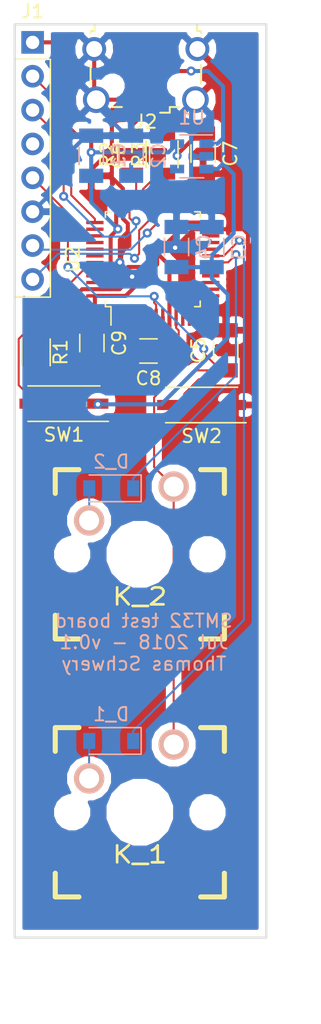
<source format=kicad_pcb>
(kicad_pcb (version 20171130) (host pcbnew "(6.0.0-rc1-dev-138-ge3cf2705d-dirty)")

  (general
    (thickness 1.6)
    (drawings 7)
    (tracks 255)
    (zones 0)
    (modules 22)
    (nets 51)
  )

  (page A3)
  (layers
    (0 F.Cu signal)
    (31 B.Cu signal)
    (32 B.Adhes user)
    (33 F.Adhes user)
    (34 B.Paste user)
    (35 F.Paste user)
    (36 B.SilkS user)
    (37 F.SilkS user)
    (38 B.Mask user)
    (39 F.Mask user)
    (40 Dwgs.User user)
    (41 Cmts.User user)
    (42 Eco1.User user)
    (43 Eco2.User user)
    (44 Edge.Cuts user)
    (45 Margin user)
    (46 B.CrtYd user)
    (47 F.CrtYd user)
    (48 B.Fab user hide)
    (49 F.Fab user hide)
  )

  (setup
    (last_trace_width 0.1524)
    (trace_clearance 0.1524)
    (zone_clearance 0.508)
    (zone_45_only no)
    (trace_min 0.1524)
    (via_size 0.6858)
    (via_drill 0.3302)
    (via_min_size 0.6858)
    (via_min_drill 0.3302)
    (uvia_size 0.6858)
    (uvia_drill 0.3302)
    (uvias_allowed no)
    (uvia_min_size 0.2)
    (uvia_min_drill 0.1)
    (edge_width 0.15)
    (segment_width 0.2)
    (pcb_text_width 0.3)
    (pcb_text_size 1.5 1.5)
    (mod_edge_width 0.15)
    (mod_text_size 1 1)
    (mod_text_width 0.15)
    (pad_size 1.016 1.25)
    (pad_drill 0.55)
    (pad_to_mask_clearance 0.2)
    (aux_axis_origin 0 0)
    (grid_origin 71.75 40)
    (visible_elements FFFFFF7F)
    (pcbplotparams
      (layerselection 0x010f0_ffffffff)
      (usegerberextensions true)
      (usegerberattributes false)
      (usegerberadvancedattributes false)
      (creategerberjobfile false)
      (excludeedgelayer true)
      (linewidth 0.100000)
      (plotframeref false)
      (viasonmask false)
      (mode 1)
      (useauxorigin false)
      (hpglpennumber 1)
      (hpglpenspeed 20)
      (hpglpendiameter 15.000000)
      (psnegative false)
      (psa4output false)
      (plotreference true)
      (plotvalue true)
      (plotinvisibletext false)
      (padsonsilk false)
      (subtractmaskfromsilk false)
      (outputformat 1)
      (mirror false)
      (drillshape 0)
      (scaleselection 1)
      (outputdirectory "gerbers/"))
  )

  (net 0 "")
  (net 1 /row0)
  (net 2 /row1)
  (net 3 /col0)
  (net 4 GND)
  (net 5 /D-)
  (net 6 /D+)
  (net 7 /Du-)
  (net 8 /Du+)
  (net 9 /BOOT0)
  (net 10 +5V)
  (net 11 "Net-(U1-Pad4)")
  (net 12 +3V3)
  (net 13 "Net-(U2-Pad1)")
  (net 14 "Net-(U2-Pad2)")
  (net 15 "Net-(U2-Pad3)")
  (net 16 "Net-(U2-Pad4)")
  (net 17 "Net-(U2-Pad5)")
  (net 18 "Net-(U2-Pad6)")
  (net 19 /NRST)
  (net 20 "Net-(U2-Pad11)")
  (net 21 "Net-(U2-Pad12)")
  (net 22 "Net-(U2-Pad13)")
  (net 23 "Net-(U2-Pad14)")
  (net 24 "Net-(U2-Pad15)")
  (net 25 "Net-(U2-Pad16)")
  (net 26 "Net-(U2-Pad17)")
  (net 27 "Net-(U2-Pad20)")
  (net 28 "Net-(U2-Pad21)")
  (net 29 "Net-(U2-Pad22)")
  (net 30 "Net-(U2-Pad25)")
  (net 31 "Net-(U2-Pad26)")
  (net 32 "Net-(U2-Pad27)")
  (net 33 "Net-(U2-Pad28)")
  (net 34 "Net-(U2-Pad29)")
  (net 35 /USART_TX)
  (net 36 /USART_RX)
  (net 37 /SWDIO)
  (net 38 /SWCLK)
  (net 39 "Net-(U2-Pad38)")
  (net 40 "Net-(U2-Pad39)")
  (net 41 "Net-(U2-Pad40)")
  (net 42 "Net-(U2-Pad41)")
  (net 43 "Net-(U2-Pad42)")
  (net 44 "Net-(U2-Pad43)")
  (net 45 "Net-(D_2-Pad2)")
  (net 46 "Net-(D_1-Pad2)")
  (net 47 "Net-(J2-Pad4)")
  (net 48 "Net-(J1-Pad4)")
  (net 49 "Net-(U2-Pad45)")
  (net 50 "Net-(U2-Pad46)")

  (net_class Default "This is the default net class."
    (clearance 0.1524)
    (trace_width 0.1524)
    (via_dia 0.6858)
    (via_drill 0.3302)
    (uvia_dia 0.6858)
    (uvia_drill 0.3302)
    (diff_pair_width 0.1524)
    (diff_pair_gap 0.1524)
    (add_net /BOOT0)
    (add_net /D+)
    (add_net /D-)
    (add_net /Du+)
    (add_net /Du-)
    (add_net /NRST)
    (add_net /SWCLK)
    (add_net /SWDIO)
    (add_net /USART_RX)
    (add_net /USART_TX)
    (add_net /col0)
    (add_net /row0)
    (add_net /row1)
    (add_net "Net-(D_1-Pad2)")
    (add_net "Net-(D_2-Pad2)")
    (add_net "Net-(J1-Pad4)")
    (add_net "Net-(J2-Pad4)")
    (add_net "Net-(U1-Pad4)")
    (add_net "Net-(U2-Pad1)")
    (add_net "Net-(U2-Pad11)")
    (add_net "Net-(U2-Pad12)")
    (add_net "Net-(U2-Pad13)")
    (add_net "Net-(U2-Pad14)")
    (add_net "Net-(U2-Pad15)")
    (add_net "Net-(U2-Pad16)")
    (add_net "Net-(U2-Pad17)")
    (add_net "Net-(U2-Pad2)")
    (add_net "Net-(U2-Pad20)")
    (add_net "Net-(U2-Pad21)")
    (add_net "Net-(U2-Pad22)")
    (add_net "Net-(U2-Pad25)")
    (add_net "Net-(U2-Pad26)")
    (add_net "Net-(U2-Pad27)")
    (add_net "Net-(U2-Pad28)")
    (add_net "Net-(U2-Pad29)")
    (add_net "Net-(U2-Pad3)")
    (add_net "Net-(U2-Pad38)")
    (add_net "Net-(U2-Pad39)")
    (add_net "Net-(U2-Pad4)")
    (add_net "Net-(U2-Pad40)")
    (add_net "Net-(U2-Pad41)")
    (add_net "Net-(U2-Pad42)")
    (add_net "Net-(U2-Pad43)")
    (add_net "Net-(U2-Pad45)")
    (add_net "Net-(U2-Pad46)")
    (add_net "Net-(U2-Pad5)")
    (add_net "Net-(U2-Pad6)")
  )

  (net_class Power ""
    (clearance 0.1524)
    (trace_width 0.3048)
    (via_dia 0.6858)
    (via_drill 0.3302)
    (uvia_dia 0.6858)
    (uvia_drill 0.3302)
    (diff_pair_width 0.1524)
    (diff_pair_gap 0.1524)
    (add_net +3V3)
    (add_net +5V)
    (add_net GND)
  )

  (module Resistors_SMD:R_1206 (layer F.Cu) (tedit 58E0A804) (tstamp 5B670D63)
    (at 38.95 94.6 270)
    (descr "Resistor SMD 1206, reflow soldering, Vishay (see dcrcw.pdf)")
    (tags "resistor 1206")
    (path /5B4FF834)
    (attr smd)
    (fp_text reference R1 (at 0 -1.85 270) (layer F.SilkS)
      (effects (font (size 1 1) (thickness 0.15)))
    )
    (fp_text value 220 (at 0 1.95 270) (layer F.Fab)
      (effects (font (size 1 1) (thickness 0.15)))
    )
    (fp_line (start 2.15 1.1) (end -2.15 1.1) (layer F.CrtYd) (width 0.05))
    (fp_line (start 2.15 1.1) (end 2.15 -1.11) (layer F.CrtYd) (width 0.05))
    (fp_line (start -2.15 -1.11) (end -2.15 1.1) (layer F.CrtYd) (width 0.05))
    (fp_line (start -2.15 -1.11) (end 2.15 -1.11) (layer F.CrtYd) (width 0.05))
    (fp_line (start -1 -1.07) (end 1 -1.07) (layer F.SilkS) (width 0.12))
    (fp_line (start 1 1.07) (end -1 1.07) (layer F.SilkS) (width 0.12))
    (fp_line (start -1.6 -0.8) (end 1.6 -0.8) (layer F.Fab) (width 0.1))
    (fp_line (start 1.6 -0.8) (end 1.6 0.8) (layer F.Fab) (width 0.1))
    (fp_line (start 1.6 0.8) (end -1.6 0.8) (layer F.Fab) (width 0.1))
    (fp_line (start -1.6 0.8) (end -1.6 -0.8) (layer F.Fab) (width 0.1))
    (fp_text user %R (at 0 0 270) (layer F.Fab)
      (effects (font (size 0.7 0.7) (thickness 0.105)))
    )
    (pad 2 smd rect (at 1.45 0 270) (size 0.9 1.7) (layers F.Cu F.Paste F.Mask)
      (net 4 GND))
    (pad 1 smd rect (at -1.45 0 270) (size 0.9 1.7) (layers F.Cu F.Paste F.Mask)
      (net 9 /BOOT0))
    (model ${KISYS3DMOD}/Resistors_SMD.3dshapes/R_1206.wrl
      (at (xyz 0 0 0))
      (scale (xyz 1 1 1))
      (rotate (xyz 0 0 0))
    )
  )

  (module Capacitor_SMD:C_1206_3216Metric (layer F.Cu) (tedit 59FE48B8) (tstamp 5B6711C5)
    (at 43.15 93.905 270)
    (descr "Capacitor SMD 1206 (3216 Metric), square (rectangular) end terminal, IPC_7351 nominal, (Body size source: http://www.tortai-tech.com/upload/download/2011102023233369053.pdf), generated with kicad-footprint-generator")
    (tags capacitor)
    (path /5B92F482)
    (attr smd)
    (fp_text reference C9 (at 0 -2.05 270) (layer F.SilkS)
      (effects (font (size 1 1) (thickness 0.15)))
    )
    (fp_text value 100nF (at 0 2.05 270) (layer F.Fab)
      (effects (font (size 1 1) (thickness 0.15)))
    )
    (fp_line (start -1.6 0.8) (end -1.6 -0.8) (layer F.Fab) (width 0.1))
    (fp_line (start -1.6 -0.8) (end 1.6 -0.8) (layer F.Fab) (width 0.1))
    (fp_line (start 1.6 -0.8) (end 1.6 0.8) (layer F.Fab) (width 0.1))
    (fp_line (start 1.6 0.8) (end -1.6 0.8) (layer F.Fab) (width 0.1))
    (fp_line (start -0.65 -0.91) (end 0.65 -0.91) (layer F.SilkS) (width 0.12))
    (fp_line (start -0.65 0.91) (end 0.65 0.91) (layer F.SilkS) (width 0.12))
    (fp_line (start -2.29 1.15) (end -2.29 -1.15) (layer F.CrtYd) (width 0.05))
    (fp_line (start -2.29 -1.15) (end 2.29 -1.15) (layer F.CrtYd) (width 0.05))
    (fp_line (start 2.29 -1.15) (end 2.29 1.15) (layer F.CrtYd) (width 0.05))
    (fp_line (start 2.29 1.15) (end -2.29 1.15) (layer F.CrtYd) (width 0.05))
    (fp_text user %R (at 0 0 270) (layer F.Fab)
      (effects (font (size 0.8 0.8) (thickness 0.12)))
    )
    (pad 1 smd rect (at -1.505 0 270) (size 1.07 1.8) (layers F.Cu F.Paste F.Mask)
      (net 12 +3V3))
    (pad 2 smd rect (at 1.505 0 270) (size 1.07 1.8) (layers F.Cu F.Paste F.Mask)
      (net 4 GND))
    (model ${KISYS3DMOD}/Capacitor_SMD.3dshapes/C_1206_3216Metric.wrl
      (at (xyz 0 0 0))
      (scale (xyz 1 1 1))
      (rotate (xyz 0 0 0))
    )
  )

  (module Capacitor_SMD:C_1206_3216Metric (layer F.Cu) (tedit 59FE48B8) (tstamp 5B67101D)
    (at 47.4 94.5 180)
    (descr "Capacitor SMD 1206 (3216 Metric), square (rectangular) end terminal, IPC_7351 nominal, (Body size source: http://www.tortai-tech.com/upload/download/2011102023233369053.pdf), generated with kicad-footprint-generator")
    (tags capacitor)
    (path /5B92F1FC)
    (attr smd)
    (fp_text reference C8 (at 0 -2.05 180) (layer F.SilkS)
      (effects (font (size 1 1) (thickness 0.15)))
    )
    (fp_text value 100nF (at 0 2.05 180) (layer F.Fab)
      (effects (font (size 1 1) (thickness 0.15)))
    )
    (fp_text user %R (at 0 0 180) (layer F.Fab)
      (effects (font (size 0.8 0.8) (thickness 0.12)))
    )
    (fp_line (start 2.29 1.15) (end -2.29 1.15) (layer F.CrtYd) (width 0.05))
    (fp_line (start 2.29 -1.15) (end 2.29 1.15) (layer F.CrtYd) (width 0.05))
    (fp_line (start -2.29 -1.15) (end 2.29 -1.15) (layer F.CrtYd) (width 0.05))
    (fp_line (start -2.29 1.15) (end -2.29 -1.15) (layer F.CrtYd) (width 0.05))
    (fp_line (start -0.65 0.91) (end 0.65 0.91) (layer F.SilkS) (width 0.12))
    (fp_line (start -0.65 -0.91) (end 0.65 -0.91) (layer F.SilkS) (width 0.12))
    (fp_line (start 1.6 0.8) (end -1.6 0.8) (layer F.Fab) (width 0.1))
    (fp_line (start 1.6 -0.8) (end 1.6 0.8) (layer F.Fab) (width 0.1))
    (fp_line (start -1.6 -0.8) (end 1.6 -0.8) (layer F.Fab) (width 0.1))
    (fp_line (start -1.6 0.8) (end -1.6 -0.8) (layer F.Fab) (width 0.1))
    (pad 2 smd rect (at 1.505 0 180) (size 1.07 1.8) (layers F.Cu F.Paste F.Mask)
      (net 4 GND))
    (pad 1 smd rect (at -1.505 0 180) (size 1.07 1.8) (layers F.Cu F.Paste F.Mask)
      (net 12 +3V3))
    (model ${KISYS3DMOD}/Capacitor_SMD.3dshapes/C_1206_3216Metric.wrl
      (at (xyz 0 0 0))
      (scale (xyz 1 1 1))
      (rotate (xyz 0 0 0))
    )
  )

  (module Capacitor_SMD:C_1206_3216Metric (layer F.Cu) (tedit 59FE48B8) (tstamp 5B67141E)
    (at 51.5 79.695 270)
    (descr "Capacitor SMD 1206 (3216 Metric), square (rectangular) end terminal, IPC_7351 nominal, (Body size source: http://www.tortai-tech.com/upload/download/2011102023233369053.pdf), generated with kicad-footprint-generator")
    (tags capacitor)
    (path /5B92EF85)
    (attr smd)
    (fp_text reference C7 (at 0 -2.05 270) (layer F.SilkS)
      (effects (font (size 1 1) (thickness 0.15)))
    )
    (fp_text value 100nF (at 0 2.05 270) (layer F.Fab)
      (effects (font (size 1 1) (thickness 0.15)))
    )
    (fp_line (start -1.6 0.8) (end -1.6 -0.8) (layer F.Fab) (width 0.1))
    (fp_line (start -1.6 -0.8) (end 1.6 -0.8) (layer F.Fab) (width 0.1))
    (fp_line (start 1.6 -0.8) (end 1.6 0.8) (layer F.Fab) (width 0.1))
    (fp_line (start 1.6 0.8) (end -1.6 0.8) (layer F.Fab) (width 0.1))
    (fp_line (start -0.65 -0.91) (end 0.65 -0.91) (layer F.SilkS) (width 0.12))
    (fp_line (start -0.65 0.91) (end 0.65 0.91) (layer F.SilkS) (width 0.12))
    (fp_line (start -2.29 1.15) (end -2.29 -1.15) (layer F.CrtYd) (width 0.05))
    (fp_line (start -2.29 -1.15) (end 2.29 -1.15) (layer F.CrtYd) (width 0.05))
    (fp_line (start 2.29 -1.15) (end 2.29 1.15) (layer F.CrtYd) (width 0.05))
    (fp_line (start 2.29 1.15) (end -2.29 1.15) (layer F.CrtYd) (width 0.05))
    (fp_text user %R (at 0 0 270) (layer F.Fab)
      (effects (font (size 0.8 0.8) (thickness 0.12)))
    )
    (pad 1 smd rect (at -1.505 0 270) (size 1.07 1.8) (layers F.Cu F.Paste F.Mask)
      (net 12 +3V3))
    (pad 2 smd rect (at 1.505 0 270) (size 1.07 1.8) (layers F.Cu F.Paste F.Mask)
      (net 4 GND))
    (model ${KISYS3DMOD}/Capacitor_SMD.3dshapes/C_1206_3216Metric.wrl
      (at (xyz 0 0 0))
      (scale (xyz 1 1 1))
      (rotate (xyz 0 0 0))
    )
  )

  (module Capacitor_SMD:C_1206_3216Metric (layer F.Cu) (tedit 59FE48B8) (tstamp 5B670FFD)
    (at 43.1 79.855 270)
    (descr "Capacitor SMD 1206 (3216 Metric), square (rectangular) end terminal, IPC_7351 nominal, (Body size source: http://www.tortai-tech.com/upload/download/2011102023233369053.pdf), generated with kicad-footprint-generator")
    (tags capacitor)
    (path /5B92ED0B)
    (attr smd)
    (fp_text reference C6 (at 0 -2.05 270) (layer F.SilkS)
      (effects (font (size 1 1) (thickness 0.15)))
    )
    (fp_text value 100nF (at 0 2.05 270) (layer F.Fab)
      (effects (font (size 1 1) (thickness 0.15)))
    )
    (fp_text user %R (at 0 0 270) (layer F.Fab)
      (effects (font (size 0.8 0.8) (thickness 0.12)))
    )
    (fp_line (start 2.29 1.15) (end -2.29 1.15) (layer F.CrtYd) (width 0.05))
    (fp_line (start 2.29 -1.15) (end 2.29 1.15) (layer F.CrtYd) (width 0.05))
    (fp_line (start -2.29 -1.15) (end 2.29 -1.15) (layer F.CrtYd) (width 0.05))
    (fp_line (start -2.29 1.15) (end -2.29 -1.15) (layer F.CrtYd) (width 0.05))
    (fp_line (start -0.65 0.91) (end 0.65 0.91) (layer F.SilkS) (width 0.12))
    (fp_line (start -0.65 -0.91) (end 0.65 -0.91) (layer F.SilkS) (width 0.12))
    (fp_line (start 1.6 0.8) (end -1.6 0.8) (layer F.Fab) (width 0.1))
    (fp_line (start 1.6 -0.8) (end 1.6 0.8) (layer F.Fab) (width 0.1))
    (fp_line (start -1.6 -0.8) (end 1.6 -0.8) (layer F.Fab) (width 0.1))
    (fp_line (start -1.6 0.8) (end -1.6 -0.8) (layer F.Fab) (width 0.1))
    (pad 2 smd rect (at 1.505 0 270) (size 1.07 1.8) (layers F.Cu F.Paste F.Mask)
      (net 4 GND))
    (pad 1 smd rect (at -1.505 0 270) (size 1.07 1.8) (layers F.Cu F.Paste F.Mask)
      (net 12 +3V3))
    (model ${KISYS3DMOD}/Capacitor_SMD.3dshapes/C_1206_3216Metric.wrl
      (at (xyz 0 0 0))
      (scale (xyz 1 1 1))
      (rotate (xyz 0 0 0))
    )
  )

  (module Capacitor_SMD:C_1206_3216Metric (layer F.Cu) (tedit 59FE48B8) (tstamp 5B670FED)
    (at 53.2 94.45 90)
    (descr "Capacitor SMD 1206 (3216 Metric), square (rectangular) end terminal, IPC_7351 nominal, (Body size source: http://www.tortai-tech.com/upload/download/2011102023233369053.pdf), generated with kicad-footprint-generator")
    (tags capacitor)
    (path /5B4FD94A)
    (attr smd)
    (fp_text reference C5 (at 0 -2.05 90) (layer F.SilkS)
      (effects (font (size 1 1) (thickness 0.15)))
    )
    (fp_text value 100nF (at 0 2.05 90) (layer F.Fab)
      (effects (font (size 1 1) (thickness 0.15)))
    )
    (fp_line (start -1.6 0.8) (end -1.6 -0.8) (layer F.Fab) (width 0.1))
    (fp_line (start -1.6 -0.8) (end 1.6 -0.8) (layer F.Fab) (width 0.1))
    (fp_line (start 1.6 -0.8) (end 1.6 0.8) (layer F.Fab) (width 0.1))
    (fp_line (start 1.6 0.8) (end -1.6 0.8) (layer F.Fab) (width 0.1))
    (fp_line (start -0.65 -0.91) (end 0.65 -0.91) (layer F.SilkS) (width 0.12))
    (fp_line (start -0.65 0.91) (end 0.65 0.91) (layer F.SilkS) (width 0.12))
    (fp_line (start -2.29 1.15) (end -2.29 -1.15) (layer F.CrtYd) (width 0.05))
    (fp_line (start -2.29 -1.15) (end 2.29 -1.15) (layer F.CrtYd) (width 0.05))
    (fp_line (start 2.29 -1.15) (end 2.29 1.15) (layer F.CrtYd) (width 0.05))
    (fp_line (start 2.29 1.15) (end -2.29 1.15) (layer F.CrtYd) (width 0.05))
    (fp_text user %R (at 0 0 90) (layer F.Fab)
      (effects (font (size 0.8 0.8) (thickness 0.12)))
    )
    (pad 1 smd rect (at -1.505 0 90) (size 1.07 1.8) (layers F.Cu F.Paste F.Mask)
      (net 19 /NRST))
    (pad 2 smd rect (at 1.505 0 90) (size 1.07 1.8) (layers F.Cu F.Paste F.Mask)
      (net 4 GND))
    (model ${KISYS3DMOD}/Capacitor_SMD.3dshapes/C_1206_3216Metric.wrl
      (at (xyz 0 0 0))
      (scale (xyz 1 1 1))
      (rotate (xyz 0 0 0))
    )
  )

  (module Capacitor_SMD:C_1206_3216Metric (layer B.Cu) (tedit 59FE48B8) (tstamp 5B671617)
    (at 49.505 86.7 90)
    (descr "Capacitor SMD 1206 (3216 Metric), square (rectangular) end terminal, IPC_7351 nominal, (Body size source: http://www.tortai-tech.com/upload/download/2011102023233369053.pdf), generated with kicad-footprint-generator")
    (tags capacitor)
    (path /5B516D3B)
    (attr smd)
    (fp_text reference C4 (at 0 2.05 90) (layer B.SilkS)
      (effects (font (size 1 1) (thickness 0.15)) (justify mirror))
    )
    (fp_text value 10uF (at 0 -2.05 90) (layer B.Fab)
      (effects (font (size 1 1) (thickness 0.15)) (justify mirror))
    )
    (fp_text user %R (at 0 0 90) (layer B.Fab)
      (effects (font (size 0.8 0.8) (thickness 0.12)) (justify mirror))
    )
    (fp_line (start 2.29 -1.15) (end -2.29 -1.15) (layer B.CrtYd) (width 0.05))
    (fp_line (start 2.29 1.15) (end 2.29 -1.15) (layer B.CrtYd) (width 0.05))
    (fp_line (start -2.29 1.15) (end 2.29 1.15) (layer B.CrtYd) (width 0.05))
    (fp_line (start -2.29 -1.15) (end -2.29 1.15) (layer B.CrtYd) (width 0.05))
    (fp_line (start -0.65 -0.91) (end 0.65 -0.91) (layer B.SilkS) (width 0.12))
    (fp_line (start -0.65 0.91) (end 0.65 0.91) (layer B.SilkS) (width 0.12))
    (fp_line (start 1.6 -0.8) (end -1.6 -0.8) (layer B.Fab) (width 0.1))
    (fp_line (start 1.6 0.8) (end 1.6 -0.8) (layer B.Fab) (width 0.1))
    (fp_line (start -1.6 0.8) (end 1.6 0.8) (layer B.Fab) (width 0.1))
    (fp_line (start -1.6 -0.8) (end -1.6 0.8) (layer B.Fab) (width 0.1))
    (pad 2 smd rect (at 1.505 0 90) (size 1.07 1.8) (layers B.Cu B.Paste B.Mask)
      (net 4 GND))
    (pad 1 smd rect (at -1.505 0 90) (size 1.07 1.8) (layers B.Cu B.Paste B.Mask)
      (net 10 +5V))
    (model ${KISYS3DMOD}/Capacitor_SMD.3dshapes/C_1206_3216Metric.wrl
      (at (xyz 0 0 0))
      (scale (xyz 1 1 1))
      (rotate (xyz 0 0 0))
    )
  )

  (module Capacitor_SMD:C_1206_3216Metric (layer B.Cu) (tedit 59FE48B8) (tstamp 5B6713AB)
    (at 52.15 86.705 90)
    (descr "Capacitor SMD 1206 (3216 Metric), square (rectangular) end terminal, IPC_7351 nominal, (Body size source: http://www.tortai-tech.com/upload/download/2011102023233369053.pdf), generated with kicad-footprint-generator")
    (tags capacitor)
    (path /5B516DCD)
    (attr smd)
    (fp_text reference C3 (at 0 2.05 90) (layer B.SilkS)
      (effects (font (size 1 1) (thickness 0.15)) (justify mirror))
    )
    (fp_text value 33pF (at 0 -2.05 90) (layer B.Fab)
      (effects (font (size 1 1) (thickness 0.15)) (justify mirror))
    )
    (fp_line (start -1.6 -0.8) (end -1.6 0.8) (layer B.Fab) (width 0.1))
    (fp_line (start -1.6 0.8) (end 1.6 0.8) (layer B.Fab) (width 0.1))
    (fp_line (start 1.6 0.8) (end 1.6 -0.8) (layer B.Fab) (width 0.1))
    (fp_line (start 1.6 -0.8) (end -1.6 -0.8) (layer B.Fab) (width 0.1))
    (fp_line (start -0.65 0.91) (end 0.65 0.91) (layer B.SilkS) (width 0.12))
    (fp_line (start -0.65 -0.91) (end 0.65 -0.91) (layer B.SilkS) (width 0.12))
    (fp_line (start -2.29 -1.15) (end -2.29 1.15) (layer B.CrtYd) (width 0.05))
    (fp_line (start -2.29 1.15) (end 2.29 1.15) (layer B.CrtYd) (width 0.05))
    (fp_line (start 2.29 1.15) (end 2.29 -1.15) (layer B.CrtYd) (width 0.05))
    (fp_line (start 2.29 -1.15) (end -2.29 -1.15) (layer B.CrtYd) (width 0.05))
    (fp_text user %R (at 0 0 90) (layer B.Fab)
      (effects (font (size 0.8 0.8) (thickness 0.12)) (justify mirror))
    )
    (pad 1 smd rect (at -1.505 0 90) (size 1.07 1.8) (layers B.Cu B.Paste B.Mask)
      (net 10 +5V))
    (pad 2 smd rect (at 1.505 0 90) (size 1.07 1.8) (layers B.Cu B.Paste B.Mask)
      (net 4 GND))
    (model ${KISYS3DMOD}/Capacitor_SMD.3dshapes/C_1206_3216Metric.wrl
      (at (xyz 0 0 0))
      (scale (xyz 1 1 1))
      (rotate (xyz 0 0 0))
    )
  )

  (module Capacitor_SMD:C_1206_3216Metric (layer B.Cu) (tedit 59FE48B8) (tstamp 5B670FBD)
    (at 46.1 79.85 90)
    (descr "Capacitor SMD 1206 (3216 Metric), square (rectangular) end terminal, IPC_7351 nominal, (Body size source: http://www.tortai-tech.com/upload/download/2011102023233369053.pdf), generated with kicad-footprint-generator")
    (tags capacitor)
    (path /5B5203E5)
    (attr smd)
    (fp_text reference C2 (at 0 2.05 90) (layer B.SilkS)
      (effects (font (size 1 1) (thickness 0.15)) (justify mirror))
    )
    (fp_text value 10uF (at 0 -2.05 90) (layer B.Fab)
      (effects (font (size 1 1) (thickness 0.15)) (justify mirror))
    )
    (fp_text user %R (at 0 0 90) (layer B.Fab)
      (effects (font (size 0.8 0.8) (thickness 0.12)) (justify mirror))
    )
    (fp_line (start 2.29 -1.15) (end -2.29 -1.15) (layer B.CrtYd) (width 0.05))
    (fp_line (start 2.29 1.15) (end 2.29 -1.15) (layer B.CrtYd) (width 0.05))
    (fp_line (start -2.29 1.15) (end 2.29 1.15) (layer B.CrtYd) (width 0.05))
    (fp_line (start -2.29 -1.15) (end -2.29 1.15) (layer B.CrtYd) (width 0.05))
    (fp_line (start -0.65 -0.91) (end 0.65 -0.91) (layer B.SilkS) (width 0.12))
    (fp_line (start -0.65 0.91) (end 0.65 0.91) (layer B.SilkS) (width 0.12))
    (fp_line (start 1.6 -0.8) (end -1.6 -0.8) (layer B.Fab) (width 0.1))
    (fp_line (start 1.6 0.8) (end 1.6 -0.8) (layer B.Fab) (width 0.1))
    (fp_line (start -1.6 0.8) (end 1.6 0.8) (layer B.Fab) (width 0.1))
    (fp_line (start -1.6 -0.8) (end -1.6 0.8) (layer B.Fab) (width 0.1))
    (pad 2 smd rect (at 1.505 0 90) (size 1.07 1.8) (layers B.Cu B.Paste B.Mask)
      (net 4 GND))
    (pad 1 smd rect (at -1.505 0 90) (size 1.07 1.8) (layers B.Cu B.Paste B.Mask)
      (net 12 +3V3))
    (model ${KISYS3DMOD}/Capacitor_SMD.3dshapes/C_1206_3216Metric.wrl
      (at (xyz 0 0 0))
      (scale (xyz 1 1 1))
      (rotate (xyz 0 0 0))
    )
  )

  (module Capacitor_SMD:C_1206_3216Metric (layer B.Cu) (tedit 59FE48B8) (tstamp 5B670FAD)
    (at 43.1 79.855 90)
    (descr "Capacitor SMD 1206 (3216 Metric), square (rectangular) end terminal, IPC_7351 nominal, (Body size source: http://www.tortai-tech.com/upload/download/2011102023233369053.pdf), generated with kicad-footprint-generator")
    (tags capacitor)
    (path /5B520357)
    (attr smd)
    (fp_text reference C1 (at 0 2.05 90) (layer B.SilkS)
      (effects (font (size 1 1) (thickness 0.15)) (justify mirror))
    )
    (fp_text value 33pF (at 0 -2.05 90) (layer B.Fab)
      (effects (font (size 1 1) (thickness 0.15)) (justify mirror))
    )
    (fp_line (start -1.6 -0.8) (end -1.6 0.8) (layer B.Fab) (width 0.1))
    (fp_line (start -1.6 0.8) (end 1.6 0.8) (layer B.Fab) (width 0.1))
    (fp_line (start 1.6 0.8) (end 1.6 -0.8) (layer B.Fab) (width 0.1))
    (fp_line (start 1.6 -0.8) (end -1.6 -0.8) (layer B.Fab) (width 0.1))
    (fp_line (start -0.65 0.91) (end 0.65 0.91) (layer B.SilkS) (width 0.12))
    (fp_line (start -0.65 -0.91) (end 0.65 -0.91) (layer B.SilkS) (width 0.12))
    (fp_line (start -2.29 -1.15) (end -2.29 1.15) (layer B.CrtYd) (width 0.05))
    (fp_line (start -2.29 1.15) (end 2.29 1.15) (layer B.CrtYd) (width 0.05))
    (fp_line (start 2.29 1.15) (end 2.29 -1.15) (layer B.CrtYd) (width 0.05))
    (fp_line (start 2.29 -1.15) (end -2.29 -1.15) (layer B.CrtYd) (width 0.05))
    (fp_text user %R (at 0 0 90) (layer B.Fab)
      (effects (font (size 0.8 0.8) (thickness 0.12)) (justify mirror))
    )
    (pad 1 smd rect (at -1.505 0 90) (size 1.07 1.8) (layers B.Cu B.Paste B.Mask)
      (net 12 +3V3))
    (pad 2 smd rect (at 1.505 0 90) (size 1.07 1.8) (layers B.Cu B.Paste B.Mask)
      (net 4 GND))
    (model ${KISYS3DMOD}/Capacitor_SMD.3dshapes/C_1206_3216Metric.wrl
      (at (xyz 0 0 0))
      (scale (xyz 1 1 1))
      (rotate (xyz 0 0 0))
    )
  )

  (module Resistors_SMD:R_1206 (layer F.Cu) (tedit 58E0A804) (tstamp 5B670D53)
    (at 46.15 79.75 90)
    (descr "Resistor SMD 1206, reflow soldering, Vishay (see dcrcw.pdf)")
    (tags "resistor 1206")
    (path /5B7710FD)
    (attr smd)
    (fp_text reference R2 (at 0 -1.85 90) (layer F.SilkS)
      (effects (font (size 1 1) (thickness 0.15)))
    )
    (fp_text value 22 (at 0 1.95 90) (layer F.Fab)
      (effects (font (size 1 1) (thickness 0.15)))
    )
    (fp_text user %R (at 0 0 90) (layer F.Fab)
      (effects (font (size 0.7 0.7) (thickness 0.105)))
    )
    (fp_line (start -1.6 0.8) (end -1.6 -0.8) (layer F.Fab) (width 0.1))
    (fp_line (start 1.6 0.8) (end -1.6 0.8) (layer F.Fab) (width 0.1))
    (fp_line (start 1.6 -0.8) (end 1.6 0.8) (layer F.Fab) (width 0.1))
    (fp_line (start -1.6 -0.8) (end 1.6 -0.8) (layer F.Fab) (width 0.1))
    (fp_line (start 1 1.07) (end -1 1.07) (layer F.SilkS) (width 0.12))
    (fp_line (start -1 -1.07) (end 1 -1.07) (layer F.SilkS) (width 0.12))
    (fp_line (start -2.15 -1.11) (end 2.15 -1.11) (layer F.CrtYd) (width 0.05))
    (fp_line (start -2.15 -1.11) (end -2.15 1.1) (layer F.CrtYd) (width 0.05))
    (fp_line (start 2.15 1.1) (end 2.15 -1.11) (layer F.CrtYd) (width 0.05))
    (fp_line (start 2.15 1.1) (end -2.15 1.1) (layer F.CrtYd) (width 0.05))
    (pad 1 smd rect (at -1.45 0 90) (size 0.9 1.7) (layers F.Cu F.Paste F.Mask)
      (net 6 /D+))
    (pad 2 smd rect (at 1.45 0 90) (size 0.9 1.7) (layers F.Cu F.Paste F.Mask)
      (net 8 /Du+))
    (model ${KISYS3DMOD}/Resistors_SMD.3dshapes/R_1206.wrl
      (at (xyz 0 0 0))
      (scale (xyz 1 1 1))
      (rotate (xyz 0 0 0))
    )
  )

  (module Resistors_SMD:R_1206 (layer F.Cu) (tedit 58E0A804) (tstamp 5B670D43)
    (at 48.55 79.75 90)
    (descr "Resistor SMD 1206, reflow soldering, Vishay (see dcrcw.pdf)")
    (tags "resistor 1206")
    (path /5B771434)
    (attr smd)
    (fp_text reference R3 (at 0 -1.85 90) (layer F.SilkS)
      (effects (font (size 1 1) (thickness 0.15)))
    )
    (fp_text value 22 (at 0 1.95 90) (layer F.Fab)
      (effects (font (size 1 1) (thickness 0.15)))
    )
    (fp_line (start 2.15 1.1) (end -2.15 1.1) (layer F.CrtYd) (width 0.05))
    (fp_line (start 2.15 1.1) (end 2.15 -1.11) (layer F.CrtYd) (width 0.05))
    (fp_line (start -2.15 -1.11) (end -2.15 1.1) (layer F.CrtYd) (width 0.05))
    (fp_line (start -2.15 -1.11) (end 2.15 -1.11) (layer F.CrtYd) (width 0.05))
    (fp_line (start -1 -1.07) (end 1 -1.07) (layer F.SilkS) (width 0.12))
    (fp_line (start 1 1.07) (end -1 1.07) (layer F.SilkS) (width 0.12))
    (fp_line (start -1.6 -0.8) (end 1.6 -0.8) (layer F.Fab) (width 0.1))
    (fp_line (start 1.6 -0.8) (end 1.6 0.8) (layer F.Fab) (width 0.1))
    (fp_line (start 1.6 0.8) (end -1.6 0.8) (layer F.Fab) (width 0.1))
    (fp_line (start -1.6 0.8) (end -1.6 -0.8) (layer F.Fab) (width 0.1))
    (fp_text user %R (at 0 0 90) (layer F.Fab)
      (effects (font (size 0.7 0.7) (thickness 0.105)))
    )
    (pad 2 smd rect (at 1.45 0 90) (size 0.9 1.7) (layers F.Cu F.Paste F.Mask)
      (net 7 /Du-))
    (pad 1 smd rect (at -1.45 0 90) (size 0.9 1.7) (layers F.Cu F.Paste F.Mask)
      (net 5 /D-))
    (model ${KISYS3DMOD}/Resistors_SMD.3dshapes/R_1206.wrl
      (at (xyz 0 0 0))
      (scale (xyz 1 1 1))
      (rotate (xyz 0 0 0))
    )
  )

  (module Keyboard:CHERRY_PCB_100H (layer F.Cu) (tedit 549A0505) (tstamp 5B67CA34)
    (at 46.75 129.1)
    (path /5AA598B3)
    (fp_text reference K_1 (at 0 3.175) (layer F.SilkS)
      (effects (font (size 1.27 1.524) (thickness 0.2032)))
    )
    (fp_text value KEYSW (at 0 5.08) (layer F.SilkS) hide
      (effects (font (size 1.27 1.524) (thickness 0.2032)))
    )
    (fp_line (start -6.985 6.985) (end -6.985 -6.985) (layer Eco2.User) (width 0.1524))
    (fp_line (start 6.985 6.985) (end -6.985 6.985) (layer Eco2.User) (width 0.1524))
    (fp_line (start 6.985 -6.985) (end 6.985 6.985) (layer Eco2.User) (width 0.1524))
    (fp_line (start -6.985 -6.985) (end 6.985 -6.985) (layer Eco2.User) (width 0.1524))
    (fp_line (start -6.35 -4.572) (end -6.35 -6.35) (layer F.SilkS) (width 0.381))
    (fp_line (start -6.35 6.35) (end -6.35 4.572) (layer F.SilkS) (width 0.381))
    (fp_line (start -4.572 6.35) (end -6.35 6.35) (layer F.SilkS) (width 0.381))
    (fp_line (start 6.35 6.35) (end 4.572 6.35) (layer F.SilkS) (width 0.381))
    (fp_line (start 6.35 4.572) (end 6.35 6.35) (layer F.SilkS) (width 0.381))
    (fp_line (start 6.35 -6.35) (end 6.35 -4.572) (layer F.SilkS) (width 0.381))
    (fp_line (start 4.572 -6.35) (end 6.35 -6.35) (layer F.SilkS) (width 0.381))
    (fp_line (start -6.35 -6.35) (end -4.572 -6.35) (layer F.SilkS) (width 0.381))
    (fp_line (start -9.398 9.398) (end -9.398 -9.398) (layer Dwgs.User) (width 0.1524))
    (fp_line (start 9.398 9.398) (end -9.398 9.398) (layer Dwgs.User) (width 0.1524))
    (fp_line (start 9.398 -9.398) (end 9.398 9.398) (layer Dwgs.User) (width 0.1524))
    (fp_line (start -9.398 -9.398) (end 9.398 -9.398) (layer Dwgs.User) (width 0.1524))
    (fp_line (start -6.35 6.35) (end -6.35 -6.35) (layer Cmts.User) (width 0.1524))
    (fp_line (start 6.35 6.35) (end -6.35 6.35) (layer Cmts.User) (width 0.1524))
    (fp_line (start 6.35 -6.35) (end 6.35 6.35) (layer Cmts.User) (width 0.1524))
    (fp_line (start -6.35 -6.35) (end 6.35 -6.35) (layer Cmts.User) (width 0.1524))
    (fp_text user 1.00u (at -5.715 8.255) (layer Dwgs.User)
      (effects (font (size 1.524 1.524) (thickness 0.3048)))
    )
    (pad HOLE np_thru_hole circle (at 5.08 0) (size 1.7018 1.7018) (drill 1.7018) (layers *.Cu))
    (pad HOLE np_thru_hole circle (at -5.08 0) (size 1.7018 1.7018) (drill 1.7018) (layers *.Cu))
    (pad HOLE np_thru_hole circle (at 0 0) (size 3.9878 3.9878) (drill 3.9878) (layers *.Cu))
    (pad 2 thru_hole circle (at -3.81 -2.54) (size 2.286 2.286) (drill 1.4986) (layers *.Cu *.SilkS *.Mask)
      (net 46 "Net-(D_1-Pad2)"))
    (pad 1 thru_hole circle (at 2.54 -5.08) (size 2.286 2.286) (drill 1.4986) (layers *.Cu *.SilkS *.Mask)
      (net 3 /col0))
  )

  (module Buttons_Switches_SMD:SW_DIP_x1_W5.08mm_Slide_Copal_CHS-A (layer F.Cu) (tedit 59ACAC86) (tstamp 5B66BAEC)
    (at 51.39 98.55 180)
    (descr "1x-dip-switch, Slide, row spacing 5.08 mm (200 mils), Copal_CHS-A")
    (tags "DIP Switch Slide 5.08mm 200mil Copal_CHS-A")
    (path /5B56CB24)
    (attr smd)
    (fp_text reference SW2 (at 0 -2.33 180) (layer F.SilkS)
      (effects (font (size 1 1) (thickness 0.15)))
    )
    (fp_text value SW_Push (at 0 2.33 180) (layer F.Fab)
      (effects (font (size 1 1) (thickness 0.15)))
    )
    (fp_line (start -1.7 -1.27) (end 2.7 -1.27) (layer F.Fab) (width 0.1))
    (fp_line (start 2.7 -1.27) (end 2.7 1.27) (layer F.Fab) (width 0.1))
    (fp_line (start 2.7 1.27) (end -2.7 1.27) (layer F.Fab) (width 0.1))
    (fp_line (start -2.7 1.27) (end -2.7 -0.27) (layer F.Fab) (width 0.1))
    (fp_line (start -2.7 -0.27) (end -1.7 -1.27) (layer F.Fab) (width 0.1))
    (fp_line (start -1.5 -0.25) (end -1.5 0.25) (layer F.Fab) (width 0.1))
    (fp_line (start -1.5 0.25) (end 1.5 0.25) (layer F.Fab) (width 0.1))
    (fp_line (start 1.5 0.25) (end 1.5 -0.25) (layer F.Fab) (width 0.1))
    (fp_line (start 1.5 -0.25) (end -1.5 -0.25) (layer F.Fab) (width 0.1))
    (fp_line (start 0 -0.25) (end 0 0.25) (layer F.Fab) (width 0.1))
    (fp_line (start -3.34 -1.33) (end 2.7 -1.33) (layer F.SilkS) (width 0.12))
    (fp_line (start -2.7 1.33) (end 2.7 1.33) (layer F.SilkS) (width 0.12))
    (fp_line (start -3.6 -1.6) (end -3.6 1.6) (layer F.CrtYd) (width 0.05))
    (fp_line (start -3.6 1.6) (end 3.6 1.6) (layer F.CrtYd) (width 0.05))
    (fp_line (start 3.6 1.6) (end 3.6 -1.6) (layer F.CrtYd) (width 0.05))
    (fp_line (start 3.6 -1.6) (end -3.6 -1.6) (layer F.CrtYd) (width 0.05))
    (fp_text user %R (at 2.1 0 270) (layer F.Fab)
      (effects (font (size 0.6 0.6) (thickness 0.15)))
    )
    (pad 1 smd rect (at -2.54 0 180) (size 1.6 0.76) (layers F.Cu F.Paste F.Mask)
      (net 4 GND))
    (pad 2 smd rect (at 2.54 0 180) (size 1.6 0.76) (layers F.Cu F.Paste F.Mask)
      (net 19 /NRST))
    (model ${KISYS3DMOD}/Buttons_Switches_SMD.3dshapes/SW_DIP_x1_W5.08mm_Slide_Copal_CHS-A.wrl
      (at (xyz 0 0 0))
      (scale (xyz 1 1 1))
      (rotate (xyz 0 0 0))
    )
  )

  (module Connectors_USB:USB_Micro-B_Wuerth-629105150521_CircularHoles (layer F.Cu) (tedit 59E3D6DD) (tstamp 5B66B9A4)
    (at 47.2 73.8 180)
    (descr "USB Micro-B receptacle, http://www.mouser.com/ds/2/445/629105150521-469306.pdf")
    (tags "usb micro receptacle")
    (path /5B6855D1)
    (attr smd)
    (fp_text reference J2 (at 0 -3.5 180) (layer F.SilkS)
      (effects (font (size 1 1) (thickness 0.15)))
    )
    (fp_text value USB_A (at 0 5.6 180) (layer F.Fab)
      (effects (font (size 1 1) (thickness 0.15)))
    )
    (fp_line (start -4 -2.25) (end -4 3.15) (layer F.Fab) (width 0.15))
    (fp_line (start -4 3.15) (end -3.7 3.15) (layer F.Fab) (width 0.15))
    (fp_line (start -3.7 3.15) (end -3.7 4.35) (layer F.Fab) (width 0.15))
    (fp_line (start -3.7 4.35) (end 3.7 4.35) (layer F.Fab) (width 0.15))
    (fp_line (start 3.7 4.35) (end 3.7 3.15) (layer F.Fab) (width 0.15))
    (fp_line (start 3.7 3.15) (end 4 3.15) (layer F.Fab) (width 0.15))
    (fp_line (start 4 3.15) (end 4 -2.25) (layer F.Fab) (width 0.15))
    (fp_line (start 4 -2.25) (end -4 -2.25) (layer F.Fab) (width 0.15))
    (fp_line (start -2.7 3.75) (end 2.7 3.75) (layer F.Fab) (width 0.15))
    (fp_line (start -1.075 -2.725) (end -1.3 -2.55) (layer F.Fab) (width 0.15))
    (fp_line (start -1.3 -2.55) (end -1.525 -2.725) (layer F.Fab) (width 0.15))
    (fp_line (start -1.525 -2.725) (end -1.525 -2.95) (layer F.Fab) (width 0.15))
    (fp_line (start -1.525 -2.95) (end -1.075 -2.95) (layer F.Fab) (width 0.15))
    (fp_line (start -1.075 -2.95) (end -1.075 -2.725) (layer F.Fab) (width 0.15))
    (fp_line (start -4.15 -0.65) (end -4.15 0.75) (layer F.SilkS) (width 0.15))
    (fp_line (start -4.15 3.15) (end -4.15 3.3) (layer F.SilkS) (width 0.15))
    (fp_line (start -4.15 3.3) (end -3.85 3.3) (layer F.SilkS) (width 0.15))
    (fp_line (start -3.85 3.3) (end -3.85 3.75) (layer F.SilkS) (width 0.15))
    (fp_line (start 3.85 3.75) (end 3.85 3.3) (layer F.SilkS) (width 0.15))
    (fp_line (start 3.85 3.3) (end 4.15 3.3) (layer F.SilkS) (width 0.15))
    (fp_line (start 4.15 3.3) (end 4.15 3.15) (layer F.SilkS) (width 0.15))
    (fp_line (start 4.15 0.75) (end 4.15 -0.65) (layer F.SilkS) (width 0.15))
    (fp_line (start -1.075 -2.825) (end -1.8 -2.825) (layer F.SilkS) (width 0.15))
    (fp_line (start -1.8 -2.825) (end -1.8 -2.4) (layer F.SilkS) (width 0.15))
    (fp_line (start -1.8 -2.4) (end -2.525 -2.4) (layer F.SilkS) (width 0.15))
    (fp_line (start 1.8 -2.4) (end 2.525 -2.4) (layer F.SilkS) (width 0.15))
    (fp_line (start -5.27 -3.34) (end -5.27 4.85) (layer F.CrtYd) (width 0.05))
    (fp_line (start -5.27 4.85) (end 5.28 4.85) (layer F.CrtYd) (width 0.05))
    (fp_line (start 5.28 4.85) (end 5.28 -3.34) (layer F.CrtYd) (width 0.05))
    (fp_line (start 5.28 -3.34) (end -5.27 -3.34) (layer F.CrtYd) (width 0.05))
    (fp_text user %R (at 0 1.05 180) (layer F.Fab)
      (effects (font (size 1 1) (thickness 0.15)))
    )
    (fp_text user "PCB Edge" (at 0 3.75 180) (layer Dwgs.User)
      (effects (font (size 0.5 0.5) (thickness 0.08)))
    )
    (pad 1 smd rect (at -1.3 -1.9 180) (size 0.45 1.3) (layers F.Cu F.Paste F.Mask)
      (net 10 +5V))
    (pad 2 smd rect (at -0.65 -1.9 180) (size 0.45 1.3) (layers F.Cu F.Paste F.Mask)
      (net 7 /Du-))
    (pad 3 smd rect (at 0 -1.9 180) (size 0.45 1.3) (layers F.Cu F.Paste F.Mask)
      (net 8 /Du+))
    (pad 4 smd rect (at 0.65 -1.9 180) (size 0.45 1.3) (layers F.Cu F.Paste F.Mask)
      (net 47 "Net-(J2-Pad4)"))
    (pad 5 smd rect (at 1.3 -1.9 180) (size 0.45 1.3) (layers F.Cu F.Paste F.Mask)
      (net 4 GND))
    (pad 6 thru_hole circle (at -3.725 -1.85 180) (size 2 2) (drill 1.4) (layers *.Cu *.Mask)
      (net 4 GND))
    (pad 6 thru_hole circle (at 3.725 -1.85 180) (size 2 2) (drill 1.4) (layers *.Cu *.Mask)
      (net 4 GND))
    (pad 6 thru_hole circle (at -3.875 1.95 180) (size 1.8 1.8) (drill 1.2) (layers *.Cu *.Mask)
      (net 4 GND))
    (pad 6 thru_hole circle (at 3.875 1.95 180) (size 1.8 1.8) (drill 1.2) (layers *.Cu *.Mask)
      (net 4 GND))
    (pad "" np_thru_hole circle (at -2.5 -0.8 180) (size 0.8 0.8) (drill 0.8) (layers *.Cu *.Mask))
    (pad "" np_thru_hole circle (at 2.5 -0.8 180) (size 0.8 0.8) (drill 0.8) (layers *.Cu *.Mask))
    (model ${KISYS3DMOD}/Connectors_USB.3dshapes/USB_Micro-B_Wuerth-629105150521_CircularHoles.wrl
      (at (xyz 0 0 0))
      (scale (xyz 1 1 1))
      (rotate (xyz 0 0 0))
    )
  )

  (module Package_QFP:LQFP-48_7x7mm_P0.5mm (layer F.Cu) (tedit 5A5E2375) (tstamp 5B66B943)
    (at 47.725001 87.615001 90)
    (descr "48 LEAD LQFP 7x7mm (see MICREL LQFP7x7-48LD-PL-1.pdf)")
    (tags "QFP 0.5")
    (path /5B4FB57A)
    (attr smd)
    (fp_text reference U2 (at 0 -6 90) (layer F.SilkS)
      (effects (font (size 1 1) (thickness 0.15)))
    )
    (fp_text value STM32L053C6Tx (at 0 6 90) (layer F.Fab)
      (effects (font (size 1 1) (thickness 0.15)))
    )
    (fp_line (start -3.13 -3.75) (end -3.75 -3.75) (layer F.CrtYd) (width 0.05))
    (fp_line (start -3.75 -3.13) (end -3.75 -3.75) (layer F.CrtYd) (width 0.05))
    (fp_line (start -3.13 3.75) (end -3.75 3.75) (layer F.CrtYd) (width 0.05))
    (fp_line (start -3.75 3.13) (end -3.75 3.75) (layer F.CrtYd) (width 0.05))
    (fp_line (start 3.75 -3.13) (end 3.75 -3.75) (layer F.CrtYd) (width 0.05))
    (fp_line (start 3.13 -3.75) (end 3.75 -3.75) (layer F.CrtYd) (width 0.05))
    (fp_line (start -3.13 3.75) (end -3.13 5.25) (layer F.CrtYd) (width 0.05))
    (fp_line (start -3.75 3.13) (end -5.25 3.13) (layer F.CrtYd) (width 0.05))
    (fp_line (start -3.75 -3.13) (end -5.25 -3.13) (layer F.CrtYd) (width 0.05))
    (fp_line (start -3.13 -3.75) (end -3.13 -5.25) (layer F.CrtYd) (width 0.05))
    (fp_line (start 3.13 -3.75) (end 3.13 -5.25) (layer F.CrtYd) (width 0.05))
    (fp_line (start 3.75 -3.13) (end 5.25 -3.13) (layer F.CrtYd) (width 0.05))
    (fp_line (start 3.75 3.13) (end 5.25 3.13) (layer F.CrtYd) (width 0.05))
    (fp_line (start -3.56 3.56) (end -3.14 3.56) (layer F.SilkS) (width 0.12))
    (fp_line (start -3.56 -3.56) (end -3.56 -3.14) (layer F.SilkS) (width 0.12))
    (fp_line (start -3.56 -3.14) (end -4.94 -3.14) (layer F.SilkS) (width 0.12))
    (fp_line (start 3.56 -3.56) (end 3.14 -3.56) (layer F.SilkS) (width 0.12))
    (fp_line (start 3.56 3.56) (end 3.14 3.56) (layer F.SilkS) (width 0.12))
    (fp_line (start -3.56 -3.56) (end -3.14 -3.56) (layer F.SilkS) (width 0.12))
    (fp_line (start -3.56 3.56) (end -3.56 3.14) (layer F.SilkS) (width 0.12))
    (fp_line (start 3.56 3.56) (end 3.56 3.14) (layer F.SilkS) (width 0.12))
    (fp_line (start 3.56 -3.56) (end 3.56 -3.14) (layer F.SilkS) (width 0.12))
    (fp_line (start -3.13 5.25) (end 3.13 5.25) (layer F.CrtYd) (width 0.05))
    (fp_line (start -3.13 -5.25) (end 3.13 -5.25) (layer F.CrtYd) (width 0.05))
    (fp_line (start 5.25 -3.13) (end 5.25 3.13) (layer F.CrtYd) (width 0.05))
    (fp_line (start -5.25 -3.13) (end -5.25 3.13) (layer F.CrtYd) (width 0.05))
    (fp_line (start -3.5 -2.5) (end -2.5 -3.5) (layer F.Fab) (width 0.1))
    (fp_line (start -3.5 3.5) (end -3.5 -2.5) (layer F.Fab) (width 0.1))
    (fp_line (start 3.5 3.5) (end -3.5 3.5) (layer F.Fab) (width 0.1))
    (fp_line (start 3.5 -3.5) (end 3.5 3.5) (layer F.Fab) (width 0.1))
    (fp_line (start -2.5 -3.5) (end 3.5 -3.5) (layer F.Fab) (width 0.1))
    (fp_text user %R (at 0 0 90) (layer F.Fab)
      (effects (font (size 1 1) (thickness 0.15)))
    )
    (fp_line (start 3.13 5.25) (end 3.13 3.75) (layer F.CrtYd) (width 0.05))
    (fp_line (start 3.75 3.13) (end 3.75 3.75) (layer F.CrtYd) (width 0.05))
    (fp_line (start 3.13 3.75) (end 3.75 3.75) (layer F.CrtYd) (width 0.05))
    (pad 48 smd rect (at -2.75 -4.35 180) (size 1.3 0.25) (layers F.Cu F.Paste F.Mask)
      (net 12 +3V3))
    (pad 47 smd rect (at -2.25 -4.35 180) (size 1.3 0.25) (layers F.Cu F.Paste F.Mask)
      (net 4 GND))
    (pad 46 smd rect (at -1.75 -4.35 180) (size 1.3 0.25) (layers F.Cu F.Paste F.Mask)
      (net 50 "Net-(U2-Pad46)"))
    (pad 45 smd rect (at -1.25 -4.35 180) (size 1.3 0.25) (layers F.Cu F.Paste F.Mask)
      (net 49 "Net-(U2-Pad45)"))
    (pad 44 smd rect (at -0.75 -4.35 180) (size 1.3 0.25) (layers F.Cu F.Paste F.Mask)
      (net 9 /BOOT0))
    (pad 43 smd rect (at -0.25 -4.35 180) (size 1.3 0.25) (layers F.Cu F.Paste F.Mask)
      (net 44 "Net-(U2-Pad43)"))
    (pad 42 smd rect (at 0.25 -4.35 180) (size 1.3 0.25) (layers F.Cu F.Paste F.Mask)
      (net 43 "Net-(U2-Pad42)"))
    (pad 41 smd rect (at 0.75 -4.35 180) (size 1.3 0.25) (layers F.Cu F.Paste F.Mask)
      (net 42 "Net-(U2-Pad41)"))
    (pad 40 smd rect (at 1.25 -4.35 180) (size 1.3 0.25) (layers F.Cu F.Paste F.Mask)
      (net 41 "Net-(U2-Pad40)"))
    (pad 39 smd rect (at 1.75 -4.35 180) (size 1.3 0.25) (layers F.Cu F.Paste F.Mask)
      (net 40 "Net-(U2-Pad39)"))
    (pad 38 smd rect (at 2.25 -4.35 180) (size 1.3 0.25) (layers F.Cu F.Paste F.Mask)
      (net 39 "Net-(U2-Pad38)"))
    (pad 37 smd rect (at 2.75 -4.35 180) (size 1.3 0.25) (layers F.Cu F.Paste F.Mask)
      (net 38 /SWCLK))
    (pad 36 smd rect (at 4.35 -2.75 90) (size 1.3 0.25) (layers F.Cu F.Paste F.Mask)
      (net 12 +3V3))
    (pad 35 smd rect (at 4.35 -2.25 90) (size 1.3 0.25) (layers F.Cu F.Paste F.Mask)
      (net 4 GND))
    (pad 34 smd rect (at 4.35 -1.75 90) (size 1.3 0.25) (layers F.Cu F.Paste F.Mask)
      (net 37 /SWDIO))
    (pad 33 smd rect (at 4.35 -1.25 90) (size 1.3 0.25) (layers F.Cu F.Paste F.Mask)
      (net 6 /D+))
    (pad 32 smd rect (at 4.35 -0.75 90) (size 1.3 0.25) (layers F.Cu F.Paste F.Mask)
      (net 5 /D-))
    (pad 31 smd rect (at 4.35 -0.25 90) (size 1.3 0.25) (layers F.Cu F.Paste F.Mask)
      (net 36 /USART_RX))
    (pad 30 smd rect (at 4.35 0.25 90) (size 1.3 0.25) (layers F.Cu F.Paste F.Mask)
      (net 35 /USART_TX))
    (pad 29 smd rect (at 4.35 0.75 90) (size 1.3 0.25) (layers F.Cu F.Paste F.Mask)
      (net 34 "Net-(U2-Pad29)"))
    (pad 28 smd rect (at 4.35 1.25 90) (size 1.3 0.25) (layers F.Cu F.Paste F.Mask)
      (net 33 "Net-(U2-Pad28)"))
    (pad 27 smd rect (at 4.35 1.75 90) (size 1.3 0.25) (layers F.Cu F.Paste F.Mask)
      (net 32 "Net-(U2-Pad27)"))
    (pad 26 smd rect (at 4.35 2.25 90) (size 1.3 0.25) (layers F.Cu F.Paste F.Mask)
      (net 31 "Net-(U2-Pad26)"))
    (pad 25 smd rect (at 4.35 2.75 90) (size 1.3 0.25) (layers F.Cu F.Paste F.Mask)
      (net 30 "Net-(U2-Pad25)"))
    (pad 24 smd rect (at 2.75 4.35 180) (size 1.3 0.25) (layers F.Cu F.Paste F.Mask)
      (net 12 +3V3))
    (pad 23 smd rect (at 2.25 4.35 180) (size 1.3 0.25) (layers F.Cu F.Paste F.Mask)
      (net 4 GND))
    (pad 22 smd rect (at 1.75 4.35 180) (size 1.3 0.25) (layers F.Cu F.Paste F.Mask)
      (net 29 "Net-(U2-Pad22)"))
    (pad 21 smd rect (at 1.25 4.35 180) (size 1.3 0.25) (layers F.Cu F.Paste F.Mask)
      (net 28 "Net-(U2-Pad21)"))
    (pad 20 smd rect (at 0.75 4.35 180) (size 1.3 0.25) (layers F.Cu F.Paste F.Mask)
      (net 27 "Net-(U2-Pad20)"))
    (pad 19 smd rect (at 0.25 4.35 180) (size 1.3 0.25) (layers F.Cu F.Paste F.Mask)
      (net 2 /row1))
    (pad 18 smd rect (at -0.25 4.35 180) (size 1.3 0.25) (layers F.Cu F.Paste F.Mask)
      (net 1 /row0))
    (pad 17 smd rect (at -0.75 4.35 180) (size 1.3 0.25) (layers F.Cu F.Paste F.Mask)
      (net 26 "Net-(U2-Pad17)"))
    (pad 16 smd rect (at -1.25 4.35 180) (size 1.3 0.25) (layers F.Cu F.Paste F.Mask)
      (net 25 "Net-(U2-Pad16)"))
    (pad 15 smd rect (at -1.75 4.35 180) (size 1.3 0.25) (layers F.Cu F.Paste F.Mask)
      (net 24 "Net-(U2-Pad15)"))
    (pad 14 smd rect (at -2.25 4.35 180) (size 1.3 0.25) (layers F.Cu F.Paste F.Mask)
      (net 23 "Net-(U2-Pad14)"))
    (pad 13 smd rect (at -2.75 4.35 180) (size 1.3 0.25) (layers F.Cu F.Paste F.Mask)
      (net 22 "Net-(U2-Pad13)"))
    (pad 12 smd rect (at -4.35 2.75 90) (size 1.3 0.25) (layers F.Cu F.Paste F.Mask)
      (net 21 "Net-(U2-Pad12)"))
    (pad 11 smd rect (at -4.35 2.25 90) (size 1.3 0.25) (layers F.Cu F.Paste F.Mask)
      (net 20 "Net-(U2-Pad11)"))
    (pad 10 smd rect (at -4.35 1.75 90) (size 1.3 0.25) (layers F.Cu F.Paste F.Mask)
      (net 3 /col0))
    (pad 9 smd rect (at -4.35 1.25 90) (size 1.3 0.25) (layers F.Cu F.Paste F.Mask)
      (net 12 +3V3))
    (pad 8 smd rect (at -4.35 0.75 90) (size 1.3 0.25) (layers F.Cu F.Paste F.Mask)
      (net 4 GND))
    (pad 7 smd rect (at -4.35 0.25 90) (size 1.3 0.25) (layers F.Cu F.Paste F.Mask)
      (net 19 /NRST))
    (pad 6 smd rect (at -4.35 -0.25 90) (size 1.3 0.25) (layers F.Cu F.Paste F.Mask)
      (net 18 "Net-(U2-Pad6)"))
    (pad 5 smd rect (at -4.35 -0.75 90) (size 1.3 0.25) (layers F.Cu F.Paste F.Mask)
      (net 17 "Net-(U2-Pad5)"))
    (pad 4 smd rect (at -4.35 -1.25 90) (size 1.3 0.25) (layers F.Cu F.Paste F.Mask)
      (net 16 "Net-(U2-Pad4)"))
    (pad 3 smd rect (at -4.35 -1.75 90) (size 1.3 0.25) (layers F.Cu F.Paste F.Mask)
      (net 15 "Net-(U2-Pad3)"))
    (pad 2 smd rect (at -4.35 -2.25 90) (size 1.3 0.25) (layers F.Cu F.Paste F.Mask)
      (net 14 "Net-(U2-Pad2)"))
    (pad 1 smd rect (at -4.35 -2.75 90) (size 1.3 0.25) (layers F.Cu F.Paste F.Mask)
      (net 13 "Net-(U2-Pad1)"))
    (model ${KISYS3DMOD}/Package_QFP.3dshapes/LQFP-48_7x7mm_P0.5mm.wrl
      (at (xyz 0 0 0))
      (scale (xyz 1 1 1))
      (rotate (xyz 0 0 0))
    )
  )

  (module Keyboard:CHERRY_PCB_100H (layer F.Cu) (tedit 549A0505) (tstamp 5B67CA16)
    (at 46.75 109.75)
    (path /5AA59B0B)
    (fp_text reference K_2 (at 0 3.175) (layer F.SilkS)
      (effects (font (size 1.27 1.524) (thickness 0.2032)))
    )
    (fp_text value KEYSW (at 0 5.08) (layer F.SilkS) hide
      (effects (font (size 1.27 1.524) (thickness 0.2032)))
    )
    (fp_line (start -6.985 6.985) (end -6.985 -6.985) (layer Eco2.User) (width 0.1524))
    (fp_line (start 6.985 6.985) (end -6.985 6.985) (layer Eco2.User) (width 0.1524))
    (fp_line (start 6.985 -6.985) (end 6.985 6.985) (layer Eco2.User) (width 0.1524))
    (fp_line (start -6.985 -6.985) (end 6.985 -6.985) (layer Eco2.User) (width 0.1524))
    (fp_line (start -6.35 -4.572) (end -6.35 -6.35) (layer F.SilkS) (width 0.381))
    (fp_line (start -6.35 6.35) (end -6.35 4.572) (layer F.SilkS) (width 0.381))
    (fp_line (start -4.572 6.35) (end -6.35 6.35) (layer F.SilkS) (width 0.381))
    (fp_line (start 6.35 6.35) (end 4.572 6.35) (layer F.SilkS) (width 0.381))
    (fp_line (start 6.35 4.572) (end 6.35 6.35) (layer F.SilkS) (width 0.381))
    (fp_line (start 6.35 -6.35) (end 6.35 -4.572) (layer F.SilkS) (width 0.381))
    (fp_line (start 4.572 -6.35) (end 6.35 -6.35) (layer F.SilkS) (width 0.381))
    (fp_line (start -6.35 -6.35) (end -4.572 -6.35) (layer F.SilkS) (width 0.381))
    (fp_line (start -9.398 9.398) (end -9.398 -9.398) (layer Dwgs.User) (width 0.1524))
    (fp_line (start 9.398 9.398) (end -9.398 9.398) (layer Dwgs.User) (width 0.1524))
    (fp_line (start 9.398 -9.398) (end 9.398 9.398) (layer Dwgs.User) (width 0.1524))
    (fp_line (start -9.398 -9.398) (end 9.398 -9.398) (layer Dwgs.User) (width 0.1524))
    (fp_line (start -6.35 6.35) (end -6.35 -6.35) (layer Cmts.User) (width 0.1524))
    (fp_line (start 6.35 6.35) (end -6.35 6.35) (layer Cmts.User) (width 0.1524))
    (fp_line (start 6.35 -6.35) (end 6.35 6.35) (layer Cmts.User) (width 0.1524))
    (fp_line (start -6.35 -6.35) (end 6.35 -6.35) (layer Cmts.User) (width 0.1524))
    (fp_text user 1.00u (at -5.715 8.255) (layer Dwgs.User)
      (effects (font (size 1.524 1.524) (thickness 0.3048)))
    )
    (pad HOLE np_thru_hole circle (at 5.08 0) (size 1.7018 1.7018) (drill 1.7018) (layers *.Cu))
    (pad HOLE np_thru_hole circle (at -5.08 0) (size 1.7018 1.7018) (drill 1.7018) (layers *.Cu))
    (pad HOLE np_thru_hole circle (at 0 0) (size 3.9878 3.9878) (drill 3.9878) (layers *.Cu))
    (pad 2 thru_hole circle (at -3.81 -2.54) (size 2.286 2.286) (drill 1.4986) (layers *.Cu *.SilkS *.Mask)
      (net 45 "Net-(D_2-Pad2)"))
    (pad 1 thru_hole circle (at 2.54 -5.08) (size 2.286 2.286) (drill 1.4986) (layers *.Cu *.SilkS *.Mask)
      (net 3 /col0))
  )

  (module Connector_PinHeader_2.54mm:PinHeader_1x08_P2.54mm_Vertical (layer F.Cu) (tedit 59FED5CC) (tstamp 5B67BF09)
    (at 38.7 71.35)
    (descr "Through hole straight pin header, 1x08, 2.54mm pitch, single row")
    (tags "Through hole pin header THT 1x08 2.54mm single row")
    (path /5B4FB626)
    (fp_text reference J1 (at 0 -2.33) (layer F.SilkS)
      (effects (font (size 1 1) (thickness 0.15)))
    )
    (fp_text value Conn_01x08 (at 0 20.11) (layer F.Fab)
      (effects (font (size 1 1) (thickness 0.15)))
    )
    (fp_text user %R (at 0 8.89 90) (layer F.Fab)
      (effects (font (size 1 1) (thickness 0.15)))
    )
    (fp_line (start 1.8 -1.8) (end -1.8 -1.8) (layer F.CrtYd) (width 0.05))
    (fp_line (start 1.8 19.55) (end 1.8 -1.8) (layer F.CrtYd) (width 0.05))
    (fp_line (start -1.8 19.55) (end 1.8 19.55) (layer F.CrtYd) (width 0.05))
    (fp_line (start -1.8 -1.8) (end -1.8 19.55) (layer F.CrtYd) (width 0.05))
    (fp_line (start -1.33 -1.33) (end 0 -1.33) (layer F.SilkS) (width 0.12))
    (fp_line (start -1.33 0) (end -1.33 -1.33) (layer F.SilkS) (width 0.12))
    (fp_line (start -1.33 1.27) (end 1.33 1.27) (layer F.SilkS) (width 0.12))
    (fp_line (start 1.33 1.27) (end 1.33 19.11) (layer F.SilkS) (width 0.12))
    (fp_line (start -1.33 1.27) (end -1.33 19.11) (layer F.SilkS) (width 0.12))
    (fp_line (start -1.33 19.11) (end 1.33 19.11) (layer F.SilkS) (width 0.12))
    (fp_line (start -1.27 -0.635) (end -0.635 -1.27) (layer F.Fab) (width 0.1))
    (fp_line (start -1.27 19.05) (end -1.27 -0.635) (layer F.Fab) (width 0.1))
    (fp_line (start 1.27 19.05) (end -1.27 19.05) (layer F.Fab) (width 0.1))
    (fp_line (start 1.27 -1.27) (end 1.27 19.05) (layer F.Fab) (width 0.1))
    (fp_line (start -0.635 -1.27) (end 1.27 -1.27) (layer F.Fab) (width 0.1))
    (pad 8 thru_hole oval (at 0 17.78) (size 1.7 1.7) (drill 1) (layers *.Cu *.Mask)
      (net 36 /USART_RX))
    (pad 7 thru_hole oval (at 0 15.24) (size 1.7 1.7) (drill 1) (layers *.Cu *.Mask)
      (net 35 /USART_TX))
    (pad 6 thru_hole oval (at 0 12.7) (size 1.7 1.7) (drill 1) (layers *.Cu *.Mask)
      (net 4 GND))
    (pad 5 thru_hole oval (at 0 10.16) (size 1.7 1.7) (drill 1) (layers *.Cu *.Mask)
      (net 19 /NRST))
    (pad 4 thru_hole oval (at 0 7.62) (size 1.7 1.7) (drill 1) (layers *.Cu *.Mask)
      (net 48 "Net-(J1-Pad4)"))
    (pad 3 thru_hole oval (at 0 5.08) (size 1.7 1.7) (drill 1) (layers *.Cu *.Mask)
      (net 37 /SWDIO))
    (pad 2 thru_hole oval (at 0 2.54) (size 1.7 1.7) (drill 1) (layers *.Cu *.Mask)
      (net 38 /SWCLK))
    (pad 1 thru_hole rect (at 0 0) (size 1.7 1.7) (drill 1) (layers *.Cu *.Mask)
      (net 12 +3V3))
    (model ${KISYS3DMOD}/Connector_PinHeader_2.54mm.3dshapes/PinHeader_1x08_P2.54mm_Vertical.wrl
      (at (xyz 0 0 0))
      (scale (xyz 1 1 1))
      (rotate (xyz 0 0 0))
    )
  )

  (module Buttons_Switches_SMD:SW_DIP_x1_W5.08mm_Slide_Copal_CHS-A (layer F.Cu) (tedit 59ACAC86) (tstamp 5B67DE06)
    (at 41.05 98.45 180)
    (descr "1x-dip-switch, Slide, row spacing 5.08 mm (200 mils), Copal_CHS-A")
    (tags "DIP Switch Slide 5.08mm 200mil Copal_CHS-A")
    (path /5B4FE539)
    (attr smd)
    (fp_text reference SW1 (at 0 -2.33 180) (layer F.SilkS)
      (effects (font (size 1 1) (thickness 0.15)))
    )
    (fp_text value SW_Push (at 0 2.33 180) (layer F.Fab)
      (effects (font (size 1 1) (thickness 0.15)))
    )
    (fp_line (start -1.7 -1.27) (end 2.7 -1.27) (layer F.Fab) (width 0.1))
    (fp_line (start 2.7 -1.27) (end 2.7 1.27) (layer F.Fab) (width 0.1))
    (fp_line (start 2.7 1.27) (end -2.7 1.27) (layer F.Fab) (width 0.1))
    (fp_line (start -2.7 1.27) (end -2.7 -0.27) (layer F.Fab) (width 0.1))
    (fp_line (start -2.7 -0.27) (end -1.7 -1.27) (layer F.Fab) (width 0.1))
    (fp_line (start -1.5 -0.25) (end -1.5 0.25) (layer F.Fab) (width 0.1))
    (fp_line (start -1.5 0.25) (end 1.5 0.25) (layer F.Fab) (width 0.1))
    (fp_line (start 1.5 0.25) (end 1.5 -0.25) (layer F.Fab) (width 0.1))
    (fp_line (start 1.5 -0.25) (end -1.5 -0.25) (layer F.Fab) (width 0.1))
    (fp_line (start 0 -0.25) (end 0 0.25) (layer F.Fab) (width 0.1))
    (fp_line (start -3.34 -1.33) (end 2.7 -1.33) (layer F.SilkS) (width 0.12))
    (fp_line (start -2.7 1.33) (end 2.7 1.33) (layer F.SilkS) (width 0.12))
    (fp_line (start -3.6 -1.6) (end -3.6 1.6) (layer F.CrtYd) (width 0.05))
    (fp_line (start -3.6 1.6) (end 3.6 1.6) (layer F.CrtYd) (width 0.05))
    (fp_line (start 3.6 1.6) (end 3.6 -1.6) (layer F.CrtYd) (width 0.05))
    (fp_line (start 3.6 -1.6) (end -3.6 -1.6) (layer F.CrtYd) (width 0.05))
    (fp_text user %R (at 2.1 0 270) (layer F.Fab)
      (effects (font (size 0.6 0.6) (thickness 0.15)))
    )
    (pad 1 smd rect (at -2.54 0 180) (size 1.6 0.76) (layers F.Cu F.Paste F.Mask)
      (net 10 +5V))
    (pad 2 smd rect (at 2.54 0 180) (size 1.6 0.76) (layers F.Cu F.Paste F.Mask)
      (net 9 /BOOT0))
    (model ${KISYS3DMOD}/Buttons_Switches_SMD.3dshapes/SW_DIP_x1_W5.08mm_Slide_Copal_CHS-A.wrl
      (at (xyz 0 0 0))
      (scale (xyz 1 1 1))
      (rotate (xyz 0 0 0))
    )
  )

  (module Diodes_SMD:D_SOD-123 (layer B.Cu) (tedit 58645DC7) (tstamp 5B66EF31)
    (at 44.6 104.8 180)
    (descr SOD-123)
    (tags SOD-123)
    (path /5AA59B12)
    (attr smd)
    (fp_text reference D_2 (at 0 2 180) (layer B.SilkS)
      (effects (font (size 1 1) (thickness 0.15)) (justify mirror))
    )
    (fp_text value D (at 0 -2.1 180) (layer B.Fab)
      (effects (font (size 1 1) (thickness 0.15)) (justify mirror))
    )
    (fp_text user %R (at 0 2 180) (layer B.Fab)
      (effects (font (size 1 1) (thickness 0.15)) (justify mirror))
    )
    (fp_line (start -2.25 1) (end -2.25 -1) (layer B.SilkS) (width 0.12))
    (fp_line (start 0.25 0) (end 0.75 0) (layer B.Fab) (width 0.1))
    (fp_line (start 0.25 -0.4) (end -0.35 0) (layer B.Fab) (width 0.1))
    (fp_line (start 0.25 0.4) (end 0.25 -0.4) (layer B.Fab) (width 0.1))
    (fp_line (start -0.35 0) (end 0.25 0.4) (layer B.Fab) (width 0.1))
    (fp_line (start -0.35 0) (end -0.35 -0.55) (layer B.Fab) (width 0.1))
    (fp_line (start -0.35 0) (end -0.35 0.55) (layer B.Fab) (width 0.1))
    (fp_line (start -0.75 0) (end -0.35 0) (layer B.Fab) (width 0.1))
    (fp_line (start -1.4 -0.9) (end -1.4 0.9) (layer B.Fab) (width 0.1))
    (fp_line (start 1.4 -0.9) (end -1.4 -0.9) (layer B.Fab) (width 0.1))
    (fp_line (start 1.4 0.9) (end 1.4 -0.9) (layer B.Fab) (width 0.1))
    (fp_line (start -1.4 0.9) (end 1.4 0.9) (layer B.Fab) (width 0.1))
    (fp_line (start -2.35 1.15) (end 2.35 1.15) (layer B.CrtYd) (width 0.05))
    (fp_line (start 2.35 1.15) (end 2.35 -1.15) (layer B.CrtYd) (width 0.05))
    (fp_line (start 2.35 -1.15) (end -2.35 -1.15) (layer B.CrtYd) (width 0.05))
    (fp_line (start -2.35 1.15) (end -2.35 -1.15) (layer B.CrtYd) (width 0.05))
    (fp_line (start -2.25 -1) (end 1.65 -1) (layer B.SilkS) (width 0.12))
    (fp_line (start -2.25 1) (end 1.65 1) (layer B.SilkS) (width 0.12))
    (pad 1 smd rect (at -1.65 0 180) (size 0.9 1.2) (layers B.Cu B.Paste B.Mask)
      (net 1 /row0))
    (pad 2 smd rect (at 1.65 0 180) (size 0.9 1.2) (layers B.Cu B.Paste B.Mask)
      (net 45 "Net-(D_2-Pad2)"))
    (model ${KISYS3DMOD}/Diodes_SMD.3dshapes/D_SOD-123.wrl
      (at (xyz 0 0 0))
      (scale (xyz 1 1 1))
      (rotate (xyz 0 0 0))
    )
  )

  (module Diodes_SMD:D_SOD-123 (layer B.Cu) (tedit 58645DC7) (tstamp 5B66EEE9)
    (at 44.6 123.75 180)
    (descr SOD-123)
    (tags SOD-123)
    (path /5AA598BA)
    (attr smd)
    (fp_text reference D_1 (at 0 2 180) (layer B.SilkS)
      (effects (font (size 1 1) (thickness 0.15)) (justify mirror))
    )
    (fp_text value D (at 0 -2.1 180) (layer B.Fab)
      (effects (font (size 1 1) (thickness 0.15)) (justify mirror))
    )
    (fp_text user %R (at 0 2 180) (layer B.Fab)
      (effects (font (size 1 1) (thickness 0.15)) (justify mirror))
    )
    (fp_line (start -2.25 1) (end -2.25 -1) (layer B.SilkS) (width 0.12))
    (fp_line (start 0.25 0) (end 0.75 0) (layer B.Fab) (width 0.1))
    (fp_line (start 0.25 -0.4) (end -0.35 0) (layer B.Fab) (width 0.1))
    (fp_line (start 0.25 0.4) (end 0.25 -0.4) (layer B.Fab) (width 0.1))
    (fp_line (start -0.35 0) (end 0.25 0.4) (layer B.Fab) (width 0.1))
    (fp_line (start -0.35 0) (end -0.35 -0.55) (layer B.Fab) (width 0.1))
    (fp_line (start -0.35 0) (end -0.35 0.55) (layer B.Fab) (width 0.1))
    (fp_line (start -0.75 0) (end -0.35 0) (layer B.Fab) (width 0.1))
    (fp_line (start -1.4 -0.9) (end -1.4 0.9) (layer B.Fab) (width 0.1))
    (fp_line (start 1.4 -0.9) (end -1.4 -0.9) (layer B.Fab) (width 0.1))
    (fp_line (start 1.4 0.9) (end 1.4 -0.9) (layer B.Fab) (width 0.1))
    (fp_line (start -1.4 0.9) (end 1.4 0.9) (layer B.Fab) (width 0.1))
    (fp_line (start -2.35 1.15) (end 2.35 1.15) (layer B.CrtYd) (width 0.05))
    (fp_line (start 2.35 1.15) (end 2.35 -1.15) (layer B.CrtYd) (width 0.05))
    (fp_line (start 2.35 -1.15) (end -2.35 -1.15) (layer B.CrtYd) (width 0.05))
    (fp_line (start -2.35 1.15) (end -2.35 -1.15) (layer B.CrtYd) (width 0.05))
    (fp_line (start -2.25 -1) (end 1.65 -1) (layer B.SilkS) (width 0.12))
    (fp_line (start -2.25 1) (end 1.65 1) (layer B.SilkS) (width 0.12))
    (pad 1 smd rect (at -1.65 0 180) (size 0.9 1.2) (layers B.Cu B.Paste B.Mask)
      (net 2 /row1))
    (pad 2 smd rect (at 1.65 0 180) (size 0.9 1.2) (layers B.Cu B.Paste B.Mask)
      (net 46 "Net-(D_1-Pad2)"))
    (model ${KISYS3DMOD}/Diodes_SMD.3dshapes/D_SOD-123.wrl
      (at (xyz 0 0 0))
      (scale (xyz 1 1 1))
      (rotate (xyz 0 0 0))
    )
  )

  (module Package_TO_SOT_SMD:SOT-23-5 (layer B.Cu) (tedit 5A02FF57) (tstamp 5B66B8EC)
    (at 50.65 79.9 180)
    (descr "5-pin SOT23 package")
    (tags SOT-23-5)
    (path /5B572DFA)
    (attr smd)
    (fp_text reference U1 (at 0 2.9 180) (layer B.SilkS)
      (effects (font (size 1 1) (thickness 0.15)) (justify mirror))
    )
    (fp_text value AP2204K-3.3 (at 0 -2.9 180) (layer B.Fab)
      (effects (font (size 1 1) (thickness 0.15)) (justify mirror))
    )
    (fp_line (start 0.9 1.55) (end 0.9 -1.55) (layer B.Fab) (width 0.1))
    (fp_line (start 0.9 -1.55) (end -0.9 -1.55) (layer B.Fab) (width 0.1))
    (fp_line (start -0.9 0.9) (end -0.9 -1.55) (layer B.Fab) (width 0.1))
    (fp_line (start 0.9 1.55) (end -0.25 1.55) (layer B.Fab) (width 0.1))
    (fp_line (start -0.9 0.9) (end -0.25 1.55) (layer B.Fab) (width 0.1))
    (fp_line (start -1.9 -1.8) (end -1.9 1.8) (layer B.CrtYd) (width 0.05))
    (fp_line (start 1.9 -1.8) (end -1.9 -1.8) (layer B.CrtYd) (width 0.05))
    (fp_line (start 1.9 1.8) (end 1.9 -1.8) (layer B.CrtYd) (width 0.05))
    (fp_line (start -1.9 1.8) (end 1.9 1.8) (layer B.CrtYd) (width 0.05))
    (fp_line (start 0.9 1.61) (end -1.55 1.61) (layer B.SilkS) (width 0.12))
    (fp_line (start -0.9 -1.61) (end 0.9 -1.61) (layer B.SilkS) (width 0.12))
    (fp_text user %R (at 0 0 90) (layer B.Fab)
      (effects (font (size 0.5 0.5) (thickness 0.075)) (justify mirror))
    )
    (pad 5 smd rect (at 1.1 0.95 180) (size 1.06 0.65) (layers B.Cu B.Paste B.Mask)
      (net 12 +3V3))
    (pad 4 smd rect (at 1.1 -0.95 180) (size 1.06 0.65) (layers B.Cu B.Paste B.Mask)
      (net 11 "Net-(U1-Pad4)"))
    (pad 3 smd rect (at -1.1 -0.95 180) (size 1.06 0.65) (layers B.Cu B.Paste B.Mask)
      (net 10 +5V))
    (pad 2 smd rect (at -1.1 0 180) (size 1.06 0.65) (layers B.Cu B.Paste B.Mask)
      (net 4 GND))
    (pad 1 smd rect (at -1.1 0.95 180) (size 1.06 0.65) (layers B.Cu B.Paste B.Mask)
      (net 10 +5V))
    (model ${KISYS3DMOD}/Package_TO_SOT_SMD.3dshapes/SOT-23-5.wrl
      (at (xyz 0 0 0))
      (scale (xyz 1 1 1))
      (rotate (xyz 0 0 0))
    )
  )

  (gr_text "SMT32 test board\nJul 2018 - v0.1\nThomas Schwery" (at 47.05 116.35) (layer B.SilkS)
    (effects (font (size 1 1) (thickness 0.15)) (justify mirror))
  )
  (dimension 68.5 (width 0.15) (layer Eco1.User)
    (gr_text "68.500 mm" (at 59 104.25 270) (layer Eco1.User)
      (effects (font (size 1 1) (thickness 0.15)))
    )
    (feature1 (pts (xy 56.25 138.5) (xy 58.286421 138.5)))
    (feature2 (pts (xy 56.25 70) (xy 58.286421 70)))
    (crossbar (pts (xy 57.7 70) (xy 57.7 138.5)))
    (arrow1a (pts (xy 57.7 138.5) (xy 57.113579 137.373496)))
    (arrow1b (pts (xy 57.7 138.5) (xy 58.286421 137.373496)))
    (arrow2a (pts (xy 57.7 70) (xy 57.113579 71.126504)))
    (arrow2b (pts (xy 57.7 70) (xy 58.286421 71.126504)))
  )
  (dimension 18.900066 (width 0.15) (layer Eco1.User)
    (gr_text "18.900 mm" (at 46.792857 141.22499 359.8) (layer Eco1.User)
      (effects (font (size 1 1) (thickness 0.15)))
    )
    (feature1 (pts (xy 56.25 138.55) (xy 56.244745 140.536414)))
    (feature2 (pts (xy 37.35 138.5) (xy 37.344745 140.486414)))
    (crossbar (pts (xy 37.346296 139.899995) (xy 56.246296 139.949995)))
    (arrow1a (pts (xy 56.246296 139.949995) (xy 55.118245 140.533434)))
    (arrow1b (pts (xy 56.246296 139.949995) (xy 55.121348 139.360596)))
    (arrow2a (pts (xy 37.346296 139.899995) (xy 38.471244 140.489394)))
    (arrow2b (pts (xy 37.346296 139.899995) (xy 38.474347 139.316556)))
  )
  (gr_line (start 56.25 138.5) (end 37.35 138.5) (layer Edge.Cuts) (width 0.15))
  (gr_line (start 37.35 70) (end 56.25 70) (layer Edge.Cuts) (width 0.15))
  (gr_line (start 37.35 138.5) (end 37.35 70) (layer Edge.Cuts) (width 0.15) (tstamp 5B671C64))
  (gr_line (start 56.25 70) (end 56.25 138.5) (layer Edge.Cuts) (width 0.15) (tstamp 5B671BED))

  (via (at 53.965352 87.265352) (size 0.6858) (drill 0.3302) (layers F.Cu B.Cu) (net 1))
  (segment (start 53.965352 96.332248) (end 53.965352 87.265352) (width 0.1524) (layer B.Cu) (net 1))
  (segment (start 46.25 104.8) (end 46.25 104.0476) (width 0.1524) (layer B.Cu) (net 1))
  (segment (start 46.25 104.0476) (end 53.965352 96.332248) (width 0.1524) (layer B.Cu) (net 1))
  (segment (start 53.1 87.85) (end 53.084999 87.865001) (width 0.1524) (layer F.Cu) (net 1))
  (segment (start 53.965352 87.265352) (end 53.380704 87.85) (width 0.1524) (layer F.Cu) (net 1))
  (segment (start 52.877401 87.865001) (end 52.075001 87.865001) (width 0.1524) (layer F.Cu) (net 1))
  (segment (start 53.084999 87.865001) (end 52.877401 87.865001) (width 0.1524) (layer F.Cu) (net 1))
  (segment (start 53.380704 87.85) (end 53.1 87.85) (width 0.1524) (layer F.Cu) (net 1))
  (via (at 54.22248 86.2) (size 0.6858) (drill 0.3302) (layers F.Cu B.Cu) (net 2))
  (segment (start 53.057479 87.365001) (end 53.879581 86.542899) (width 0.1524) (layer F.Cu) (net 2))
  (segment (start 53.879581 86.542899) (end 54.22248 86.2) (width 0.1524) (layer F.Cu) (net 2))
  (segment (start 52.075001 87.365001) (end 53.057479 87.365001) (width 0.1524) (layer F.Cu) (net 2))
  (segment (start 54.565379 114.682221) (end 54.565379 86.542899) (width 0.1524) (layer B.Cu) (net 2))
  (segment (start 46.25 122.9976) (end 54.565379 114.682221) (width 0.1524) (layer B.Cu) (net 2))
  (segment (start 46.25 123.75) (end 46.25 122.9976) (width 0.1524) (layer B.Cu) (net 2))
  (segment (start 54.565379 86.542899) (end 54.22248 86.2) (width 0.1524) (layer B.Cu) (net 2))
  (segment (start 48.147001 103.527001) (end 49.29 104.67) (width 0.1524) (layer F.Cu) (net 3))
  (segment (start 47.821399 103.201399) (end 48.147001 103.527001) (width 0.1524) (layer F.Cu) (net 3))
  (segment (start 47.821399 97.987119) (end 47.821399 103.201399) (width 0.1524) (layer F.Cu) (net 3))
  (segment (start 49.668601 96.139917) (end 47.821399 97.987119) (width 0.1524) (layer F.Cu) (net 3))
  (segment (start 49.668601 92.961001) (end 49.668601 96.139917) (width 0.1524) (layer F.Cu) (net 3))
  (segment (start 49.475001 92.767401) (end 49.668601 92.961001) (width 0.1524) (layer F.Cu) (net 3))
  (segment (start 49.475001 91.965001) (end 49.475001 92.767401) (width 0.1524) (layer F.Cu) (net 3))
  (segment (start 49.29 106.286446) (end 49.29 124.02) (width 0.1524) (layer F.Cu) (net 3))
  (segment (start 49.29 104.67) (end 49.29 106.286446) (width 0.1524) (layer F.Cu) (net 3))
  (segment (start 43.325 75.5) (end 43.475 75.65) (width 0.3048) (layer F.Cu) (net 4))
  (segment (start 43.325 71.85) (end 43.325 75.5) (width 0.3048) (layer F.Cu) (net 4))
  (segment (start 45.85 75.65) (end 45.9 75.7) (width 0.3048) (layer F.Cu) (net 4))
  (segment (start 43.475 75.65) (end 45.85 75.65) (width 0.3048) (layer F.Cu) (net 4))
  (segment (start 44.65 79.35) (end 43.1 80.9) (width 0.3048) (layer F.Cu) (net 4))
  (segment (start 44.65 76.4202) (end 44.65 79.35) (width 0.3048) (layer F.Cu) (net 4))
  (segment (start 45.9 75.7) (end 45.3702 75.7) (width 0.3048) (layer F.Cu) (net 4))
  (segment (start 43.1 80.9) (end 43.1 81.255) (width 0.3048) (layer F.Cu) (net 4))
  (segment (start 45.3702 75.7) (end 44.65 76.4202) (width 0.3048) (layer F.Cu) (net 4))
  (segment (start 45.475001 82.310201) (end 45.475001 83.265001) (width 0.3048) (layer F.Cu) (net 4))
  (segment (start 44.65 81.4852) (end 45.475001 82.310201) (width 0.3048) (layer F.Cu) (net 4))
  (segment (start 44.65 79.35) (end 44.65 81.4852) (width 0.3048) (layer F.Cu) (net 4))
  (segment (start 52.145 85.195) (end 52.15 85.2) (width 0.3048) (layer B.Cu) (net 4))
  (segment (start 49.505 85.195) (end 52.145 85.195) (width 0.3048) (layer B.Cu) (net 4))
  (segment (start 50.6 75.975) (end 50.925 75.65) (width 0.3048) (layer B.Cu) (net 4))
  (segment (start 51.75 79.9) (end 50.6 79.899999) (width 0.3048) (layer B.Cu) (net 4))
  (segment (start 50.6 79.899999) (end 50.6 75.975) (width 0.3048) (layer B.Cu) (net 4))
  (segment (start 50.6 82.8102) (end 52.15 84.3602) (width 0.3048) (layer B.Cu) (net 4))
  (segment (start 52.15 84.3602) (end 52.15 85.2) (width 0.3048) (layer B.Cu) (net 4))
  (segment (start 50.6 79.899999) (end 50.6 82.8102) (width 0.3048) (layer B.Cu) (net 4))
  (segment (start 52.075001 85.365001) (end 50.784999 85.365001) (width 0.3048) (layer F.Cu) (net 4))
  (via (at 49.4 86.75) (size 0.6858) (drill 0.3302) (layers F.Cu B.Cu) (net 4))
  (segment (start 50.784999 85.365001) (end 49.4 86.75) (width 0.3048) (layer F.Cu) (net 4))
  (segment (start 49.4 85.3) (end 49.505 85.195) (width 0.3048) (layer B.Cu) (net 4))
  (segment (start 49.4 86.75) (end 49.4 85.3) (width 0.3048) (layer B.Cu) (net 4))
  (segment (start 48.475001 92.919801) (end 48.475001 91.965001) (width 0.3048) (layer F.Cu) (net 4))
  (segment (start 46.894802 94.5) (end 48.475001 92.919801) (width 0.3048) (layer F.Cu) (net 4))
  (segment (start 45.895 94.5) (end 46.894802 94.5) (width 0.3048) (layer F.Cu) (net 4))
  (segment (start 43.15 94.5702) (end 43.15 95.41) (width 0.3048) (layer F.Cu) (net 4))
  (segment (start 41.7 93.1202) (end 43.15 94.5702) (width 0.3048) (layer F.Cu) (net 4))
  (segment (start 41.7 90.585202) (end 41.7 93.1202) (width 0.3048) (layer F.Cu) (net 4))
  (segment (start 43.375001 89.865001) (end 42.420201 89.865001) (width 0.3048) (layer F.Cu) (net 4))
  (segment (start 42.420201 89.865001) (end 41.7 90.585202) (width 0.3048) (layer F.Cu) (net 4))
  (segment (start 44.985 95.41) (end 45.895 94.5) (width 0.3048) (layer F.Cu) (net 4))
  (segment (start 43.15 95.41) (end 44.985 95.41) (width 0.3048) (layer F.Cu) (net 4))
  (segment (start 54.404801 94.989601) (end 53.2 93.7848) (width 0.3048) (layer F.Cu) (net 4))
  (segment (start 54.404801 97.390399) (end 54.404801 94.989601) (width 0.3048) (layer F.Cu) (net 4))
  (segment (start 53.2 93.7848) (end 53.2 92.945) (width 0.3048) (layer F.Cu) (net 4))
  (segment (start 53.93 97.8652) (end 54.404801 97.390399) (width 0.3048) (layer F.Cu) (net 4))
  (segment (start 53.93 98.55) (end 53.93 97.8652) (width 0.3048) (layer F.Cu) (net 4))
  (segment (start 53.029801 85.365001) (end 52.075001 85.365001) (width 0.3048) (layer F.Cu) (net 4))
  (segment (start 53.2 92.945) (end 53.2 92.1052) (width 0.3048) (layer F.Cu) (net 4))
  (segment (start 54.87019 90.43501) (end 54.87019 85.711592) (width 0.3048) (layer F.Cu) (net 4))
  (segment (start 54.523599 85.365001) (end 53.029801 85.365001) (width 0.3048) (layer F.Cu) (net 4))
  (segment (start 54.87019 85.711592) (end 54.523599 85.365001) (width 0.3048) (layer F.Cu) (net 4))
  (segment (start 53.2 92.1052) (end 54.87019 90.43501) (width 0.3048) (layer F.Cu) (net 4))
  (segment (start 43.475 76.085) (end 43.475 75.65) (width 0.3048) (layer B.Cu) (net 4))
  (segment (start 45.735 78.345) (end 43.475 76.085) (width 0.3048) (layer B.Cu) (net 4))
  (segment (start 46.1 78.345) (end 45.735 78.345) (width 0.3048) (layer B.Cu) (net 4))
  (segment (start 46.095 78.35) (end 46.1 78.345) (width 0.3048) (layer B.Cu) (net 4))
  (segment (start 43.1 78.35) (end 46.095 78.35) (width 0.3048) (layer B.Cu) (net 4))
  (segment (start 39.549999 83.200001) (end 38.7 84.05) (width 0.3048) (layer B.Cu) (net 4))
  (segment (start 41.7 81.05) (end 39.549999 83.200001) (width 0.3048) (layer B.Cu) (net 4))
  (segment (start 41.7 79.385) (end 41.7 81.05) (width 0.3048) (layer B.Cu) (net 4))
  (segment (start 43.1 78.35) (end 42.735 78.35) (width 0.3048) (layer B.Cu) (net 4))
  (segment (start 42.735 78.35) (end 41.7 79.385) (width 0.3048) (layer B.Cu) (net 4))
  (segment (start 48.347468 86.75) (end 46.515451 88.582017) (width 0.3048) (layer B.Cu) (net 4))
  (via (at 46.172552 88.924916) (size 0.6858) (drill 0.3302) (layers F.Cu B.Cu) (net 4))
  (segment (start 46.515451 88.582017) (end 46.172552 88.924916) (width 0.3048) (layer B.Cu) (net 4))
  (segment (start 46.172552 88.924916) (end 45.25 88.002364) (width 0.3048) (layer B.Cu) (net 4))
  (segment (start 45.232467 89.865001) (end 45.829653 89.267815) (width 0.3048) (layer F.Cu) (net 4))
  (segment (start 43.375001 89.865001) (end 45.232467 89.865001) (width 0.3048) (layer F.Cu) (net 4))
  (via (at 45.25 87.85) (size 0.6858) (drill 0.3302) (layers F.Cu B.Cu) (net 4))
  (segment (start 45.25 88.002364) (end 45.25 87.85) (width 0.3048) (layer B.Cu) (net 4))
  (segment (start 49.4 86.75) (end 48.347468 86.75) (width 0.3048) (layer B.Cu) (net 4))
  (segment (start 45.829653 89.267815) (end 46.172552 88.924916) (width 0.3048) (layer F.Cu) (net 4))
  (segment (start 45.847701 85.560897) (end 45.25 86.158598) (width 0.3048) (layer F.Cu) (net 4))
  (segment (start 45.475001 83.265001) (end 45.475001 84.566403) (width 0.3048) (layer F.Cu) (net 4))
  (segment (start 45.475001 84.566403) (end 45.847701 84.939103) (width 0.3048) (layer F.Cu) (net 4))
  (segment (start 45.25 87.365067) (end 45.25 87.85) (width 0.3048) (layer F.Cu) (net 4))
  (segment (start 45.25 86.158598) (end 45.25 87.365067) (width 0.3048) (layer F.Cu) (net 4))
  (segment (start 45.847701 84.939103) (end 45.847701 85.560897) (width 0.3048) (layer F.Cu) (net 4))
  (segment (start 48.15 81.2) (end 48.55 81.2) (width 0.1524) (layer F.Cu) (net 5))
  (segment (start 46.975001 82.374999) (end 48.15 81.2) (width 0.1524) (layer F.Cu) (net 5))
  (segment (start 46.975001 83.265001) (end 46.975001 82.374999) (width 0.1524) (layer F.Cu) (net 5))
  (segment (start 46.475001 81.525001) (end 46.15 81.2) (width 0.1524) (layer F.Cu) (net 6))
  (segment (start 46.475001 83.265001) (end 46.475001 81.525001) (width 0.1524) (layer F.Cu) (net 6))
  (segment (start 47.85 77.6) (end 48.55 78.3) (width 0.1524) (layer F.Cu) (net 7))
  (segment (start 47.85 75.7) (end 47.85 77.6) (width 0.1524) (layer F.Cu) (net 7))
  (segment (start 47.2 76.5024) (end 47.2 75.7) (width 0.1524) (layer F.Cu) (net 8))
  (segment (start 47.2 76.6476) (end 47.2 76.5024) (width 0.1524) (layer F.Cu) (net 8))
  (segment (start 46.15 77.6976) (end 47.2 76.6476) (width 0.1524) (layer F.Cu) (net 8))
  (segment (start 46.15 78.3) (end 46.15 77.6976) (width 0.1524) (layer F.Cu) (net 8))
  (segment (start 37.65361 93.59639) (end 38.1 93.15) (width 0.1524) (layer F.Cu) (net 9))
  (segment (start 37.65361 97.06121) (end 37.65361 93.59639) (width 0.1524) (layer F.Cu) (net 9))
  (segment (start 38.1 93.15) (end 38.95 93.15) (width 0.1524) (layer F.Cu) (net 9))
  (segment (start 38.51 98.45) (end 38.51 97.9176) (width 0.1524) (layer F.Cu) (net 9))
  (segment (start 38.51 97.9176) (end 37.65361 97.06121) (width 0.1524) (layer F.Cu) (net 9))
  (segment (start 43.375001 88.365001) (end 42.572601 88.365001) (width 0.1524) (layer F.Cu) (net 9))
  (segment (start 42.572601 88.365001) (end 41.471501 89.466101) (width 0.1524) (layer F.Cu) (net 9))
  (segment (start 38.95 92.545822) (end 38.95 92.5476) (width 0.1524) (layer F.Cu) (net 9))
  (segment (start 41.471501 89.466101) (end 41.471501 90.024321) (width 0.1524) (layer F.Cu) (net 9))
  (segment (start 38.95 92.5476) (end 38.95 93.15) (width 0.1524) (layer F.Cu) (net 9))
  (segment (start 41.471501 90.024321) (end 38.95 92.545822) (width 0.1524) (layer F.Cu) (net 9))
  (segment (start 50.115067 73.5) (end 50.6 73.5) (width 0.3048) (layer F.Cu) (net 10))
  (via (at 50.6 73.5) (size 0.6858) (drill 0.3302) (layers F.Cu B.Cu) (net 10))
  (segment (start 48.5 73.85) (end 48.85 73.5) (width 0.3048) (layer F.Cu) (net 10))
  (segment (start 48.5 75.7) (end 48.5 73.85) (width 0.3048) (layer F.Cu) (net 10))
  (segment (start 48.85 73.5) (end 50.115067 73.5) (width 0.3048) (layer F.Cu) (net 10))
  (segment (start 52.5848 80.85) (end 51.75 80.85) (width 0.3048) (layer B.Cu) (net 10))
  (segment (start 53 80.4348) (end 52.5848 80.85) (width 0.3048) (layer B.Cu) (net 10))
  (segment (start 50.6 73.5) (end 51.85 73.5) (width 0.3048) (layer B.Cu) (net 10))
  (segment (start 51.85 73.5) (end 53 74.65) (width 0.3048) (layer B.Cu) (net 10))
  (segment (start 53 78.5348) (end 53 77.6) (width 0.3048) (layer B.Cu) (net 10))
  (segment (start 51.75 78.95) (end 52.5848 78.95) (width 0.3048) (layer B.Cu) (net 10))
  (segment (start 53 74.65) (end 53 77.6) (width 0.3048) (layer B.Cu) (net 10))
  (segment (start 52.5848 78.95) (end 53 78.5348) (width 0.3048) (layer B.Cu) (net 10))
  (segment (start 53 77.6) (end 53 80.4348) (width 0.3048) (layer B.Cu) (net 10))
  (segment (start 49.51 88.21) (end 49.505 88.205) (width 0.3048) (layer B.Cu) (net 10))
  (segment (start 52.15 88.21) (end 49.51 88.21) (width 0.3048) (layer B.Cu) (net 10))
  (segment (start 53 80.4348) (end 53.8 81.2348) (width 0.3048) (layer B.Cu) (net 10))
  (segment (start 53.8 81.2348) (end 53.8 85.663882) (width 0.3048) (layer B.Cu) (net 10))
  (segment (start 52.15 87.3702) (end 52.15 88.21) (width 0.3048) (layer B.Cu) (net 10))
  (segment (start 52.15 87.313882) (end 52.15 87.3702) (width 0.3048) (layer B.Cu) (net 10))
  (segment (start 53.8 85.663882) (end 52.15 87.313882) (width 0.3048) (layer B.Cu) (net 10))
  (segment (start 48.3586 98.499998) (end 44.084933 98.499998) (width 0.3048) (layer B.Cu) (net 10))
  (segment (start 44.084933 98.499998) (end 43.6 98.499998) (width 0.3048) (layer B.Cu) (net 10))
  (segment (start 53.3548 93.503798) (end 48.3586 98.499998) (width 0.3048) (layer B.Cu) (net 10))
  (segment (start 52.15 89.0498) (end 53.3548 90.2546) (width 0.3048) (layer B.Cu) (net 10))
  (segment (start 52.15 88.21) (end 52.15 89.0498) (width 0.3048) (layer B.Cu) (net 10))
  (via (at 43.6 98.499998) (size 0.6858) (drill 0.3302) (layers F.Cu B.Cu) (net 10))
  (segment (start 53.3548 90.2546) (end 53.3548 93.503798) (width 0.3048) (layer B.Cu) (net 10))
  (segment (start 48.975001 91.965001) (end 48.975001 88.088643) (width 0.3048) (layer F.Cu) (net 12))
  (segment (start 52.075001 84.865001) (end 50.334999 84.865001) (width 0.3048) (layer F.Cu) (net 12))
  (segment (start 48.05 87.15) (end 48.05 87.163642) (width 0.3048) (layer F.Cu) (net 12))
  (segment (start 48.975001 88.088643) (end 48.05 87.163642) (width 0.3048) (layer F.Cu) (net 12))
  (segment (start 50.334999 84.865001) (end 48.05 87.15) (width 0.3048) (layer F.Cu) (net 12))
  (segment (start 48.975001 94.429999) (end 48.905 94.5) (width 0.3048) (layer F.Cu) (net 12))
  (segment (start 48.975001 91.965001) (end 48.975001 94.429999) (width 0.3048) (layer F.Cu) (net 12))
  (segment (start 43.375001 92.174999) (end 43.15 92.4) (width 0.3048) (layer F.Cu) (net 12))
  (segment (start 43.375001 90.365001) (end 43.375001 92.174999) (width 0.3048) (layer F.Cu) (net 12))
  (segment (start 49.55 78.95) (end 49.55 79.85) (width 0.3048) (layer B.Cu) (net 12))
  (via (at 49.55 79.85) (size 0.6858) (drill 0.3302) (layers F.Cu B.Cu) (net 12))
  (segment (start 51.135 78.19) (end 49.55 79.775) (width 0.3048) (layer F.Cu) (net 12))
  (segment (start 49.55 79.775) (end 49.55 79.85) (width 0.3048) (layer F.Cu) (net 12))
  (segment (start 51.5 78.19) (end 51.135 78.19) (width 0.3048) (layer F.Cu) (net 12))
  (via (at 43.1 79.6) (size 0.6858) (drill 0.3302) (layers F.Cu B.Cu) (net 12))
  (segment (start 43.1 79.6) (end 43.1 78.245) (width 0.3048) (layer F.Cu) (net 12))
  (segment (start 43.584933 79.6) (end 43.1 79.6) (width 0.3048) (layer B.Cu) (net 12))
  (segment (start 49.55 78.95) (end 48.9 79.6) (width 0.3048) (layer B.Cu) (net 12))
  (segment (start 48.9 79.6) (end 43.584933 79.6) (width 0.3048) (layer B.Cu) (net 12))
  (segment (start 47.0152 79.6) (end 48.9 79.6) (width 0.3048) (layer B.Cu) (net 12))
  (segment (start 46.1 80.5152) (end 47.0152 79.6) (width 0.3048) (layer B.Cu) (net 12))
  (segment (start 46.1 81.355) (end 46.1 80.5152) (width 0.3048) (layer B.Cu) (net 12))
  (segment (start 43.1 79.6) (end 43.1 81.25) (width 0.3048) (layer B.Cu) (net 12))
  (segment (start 44.329801 90.365001) (end 43.375001 90.365001) (width 0.3048) (layer F.Cu) (net 12))
  (segment (start 48.05 87.15) (end 48.05 88.006066) (width 0.3048) (layer F.Cu) (net 12))
  (segment (start 48.05 88.006066) (end 45.691065 90.365001) (width 0.3048) (layer F.Cu) (net 12))
  (segment (start 45.691065 90.365001) (end 44.329801 90.365001) (width 0.3048) (layer F.Cu) (net 12))
  (segment (start 43.1 83.349998) (end 44.757101 85.007099) (width 0.3048) (layer B.Cu) (net 12))
  (segment (start 44.975001 83.265001) (end 44.975001 85.224999) (width 0.3048) (layer F.Cu) (net 12))
  (segment (start 44.757101 85.007099) (end 45.1 85.349998) (width 0.3048) (layer B.Cu) (net 12))
  (segment (start 43.1 81.36) (end 43.1 83.349998) (width 0.3048) (layer B.Cu) (net 12))
  (segment (start 44.975001 85.224999) (end 45.1 85.349998) (width 0.3048) (layer F.Cu) (net 12))
  (via (at 45.1 85.349998) (size 0.6858) (drill 0.3302) (layers F.Cu B.Cu) (net 12))
  (segment (start 45.860893 88.197707) (end 45.560898 88.497702) (width 0.3048) (layer F.Cu) (net 12))
  (segment (start 44.557101 85.892897) (end 44.757101 85.692897) (width 0.3048) (layer F.Cu) (net 12))
  (segment (start 44.557101 88.115701) (end 44.557101 85.892897) (width 0.3048) (layer F.Cu) (net 12))
  (segment (start 44.757101 85.692897) (end 45.1 85.349998) (width 0.3048) (layer F.Cu) (net 12))
  (segment (start 44.939102 88.497702) (end 44.557101 88.115701) (width 0.3048) (layer F.Cu) (net 12))
  (segment (start 45.560898 88.497702) (end 44.939102 88.497702) (width 0.3048) (layer F.Cu) (net 12))
  (segment (start 47.015935 88.197707) (end 45.860893 88.197707) (width 0.3048) (layer F.Cu) (net 12))
  (segment (start 48.05 87.163642) (end 47.015935 88.197707) (width 0.3048) (layer F.Cu) (net 12))
  (segment (start 42.05 78.35) (end 43.1 78.35) (width 0.3048) (layer F.Cu) (net 12))
  (segment (start 41 77.3) (end 42.05 78.35) (width 0.3048) (layer F.Cu) (net 12))
  (segment (start 40.95 71.35) (end 41 71.4) (width 0.3048) (layer F.Cu) (net 12))
  (segment (start 38.7 71.35) (end 40.95 71.35) (width 0.3048) (layer F.Cu) (net 12))
  (segment (start 41 71.4) (end 41 77.3) (width 0.3048) (layer F.Cu) (net 12))
  (segment (start 52.1476 95.955) (end 53.2 95.955) (width 0.1524) (layer F.Cu) (net 19))
  (segment (start 50.9126 95.955) (end 52.1476 95.955) (width 0.1524) (layer F.Cu) (net 19))
  (segment (start 48.85 98.0176) (end 50.9126 95.955) (width 0.1524) (layer F.Cu) (net 19))
  (segment (start 48.85 98.55) (end 48.85 98.0176) (width 0.1524) (layer F.Cu) (net 19))
  (via (at 51.55 94.35) (size 0.6858) (drill 0.3302) (layers F.Cu B.Cu) (net 19))
  (segment (start 53.2 95.955) (end 52.835 95.955) (width 0.1524) (layer F.Cu) (net 19))
  (segment (start 51.55 94.67) (end 51.55 94.35) (width 0.1524) (layer F.Cu) (net 19))
  (segment (start 52.835 95.955) (end 51.55 94.67) (width 0.1524) (layer F.Cu) (net 19))
  (via (at 47.827301 90.4) (size 0.6858) (drill 0.3302) (layers F.Cu B.Cu) (net 19))
  (segment (start 51.55 94.35) (end 47.827301 90.627301) (width 0.1524) (layer B.Cu) (net 19))
  (segment (start 47.827301 90.627301) (end 47.827301 90.4) (width 0.1524) (layer B.Cu) (net 19))
  (segment (start 47.975001 91.162601) (end 47.975001 91.965001) (width 0.1524) (layer F.Cu) (net 19))
  (segment (start 47.975001 91.032633) (end 47.975001 91.162601) (width 0.1524) (layer F.Cu) (net 19))
  (segment (start 47.827301 90.884933) (end 47.975001 91.032633) (width 0.1524) (layer F.Cu) (net 19))
  (segment (start 47.827301 90.4) (end 47.827301 90.884933) (width 0.1524) (layer F.Cu) (net 19))
  (via (at 41.35 88.2) (size 0.6858) (drill 0.3302) (layers F.Cu B.Cu) (net 19))
  (segment (start 41.35 84.16) (end 41.35 87.715067) (width 0.1524) (layer F.Cu) (net 19))
  (segment (start 43.55 90.4) (end 41.692899 88.542899) (width 0.1524) (layer B.Cu) (net 19))
  (segment (start 38.7 81.51) (end 41.35 84.16) (width 0.1524) (layer F.Cu) (net 19))
  (segment (start 47.827301 90.4) (end 43.55 90.4) (width 0.1524) (layer B.Cu) (net 19))
  (segment (start 41.35 87.715067) (end 41.35 88.2) (width 0.1524) (layer F.Cu) (net 19))
  (segment (start 41.692899 88.542899) (end 41.35 88.2) (width 0.1524) (layer B.Cu) (net 19))
  (via (at 47.304112 85.654112) (size 0.6858) (drill 0.3302) (layers F.Cu B.Cu) (net 35))
  (segment (start 47.975001 83.265001) (end 47.975001 84.983223) (width 0.1524) (layer F.Cu) (net 35))
  (segment (start 47.975001 84.983223) (end 47.304112 85.654112) (width 0.1524) (layer F.Cu) (net 35))
  (segment (start 39.01 86.9) (end 38.7 86.59) (width 0.1524) (layer B.Cu) (net 35))
  (segment (start 47.304112 85.654112) (end 46.058224 86.9) (width 0.1524) (layer B.Cu) (net 35))
  (segment (start 46.058224 86.9) (end 39.01 86.9) (width 0.1524) (layer B.Cu) (net 35))
  (segment (start 38.7 89.13) (end 40.622893 87.207107) (width 0.1524) (layer B.Cu) (net 36))
  (segment (start 40.622893 87.207107) (end 46.007101 87.207107) (width 0.1524) (layer B.Cu) (net 36))
  (segment (start 46.007101 87.207107) (end 46.35 87.550006) (width 0.1524) (layer B.Cu) (net 36))
  (via (at 46.35 87.550006) (size 0.6858) (drill 0.3302) (layers F.Cu B.Cu) (net 36))
  (segment (start 46.7 87.200006) (end 46.692899 87.207107) (width 0.1524) (layer F.Cu) (net 36))
  (segment (start 46.7 85.45) (end 46.7 87.200006) (width 0.1524) (layer F.Cu) (net 36))
  (segment (start 47.5 84.65) (end 46.7 85.45) (width 0.1524) (layer F.Cu) (net 36))
  (segment (start 47.475001 83.265001) (end 47.5 83.29) (width 0.1524) (layer F.Cu) (net 36))
  (segment (start 46.692899 87.207107) (end 46.35 87.550006) (width 0.1524) (layer F.Cu) (net 36))
  (segment (start 47.5 83.29) (end 47.5 84.65) (width 0.1524) (layer F.Cu) (net 36))
  (via (at 46.466785 84.748706) (size 0.6858) (drill 0.3302) (layers F.Cu B.Cu) (net 37))
  (segment (start 46.196132 84.748706) (end 46.466785 84.748706) (width 0.1524) (layer F.Cu) (net 37))
  (segment (start 45.975001 83.265001) (end 45.975001 84.527575) (width 0.1524) (layer F.Cu) (net 37))
  (segment (start 45.975001 84.527575) (end 46.196132 84.748706) (width 0.1524) (layer F.Cu) (net 37))
  (via (at 41.02849 82.9) (size 0.6858) (drill 0.3302) (layers F.Cu B.Cu) (net 37))
  (segment (start 38.7 76.43) (end 41.02849 78.75849) (width 0.1524) (layer F.Cu) (net 37))
  (segment (start 41.371389 83.242899) (end 41.02849 82.9) (width 0.1524) (layer B.Cu) (net 37))
  (segment (start 41.02849 78.75849) (end 41.02849 82.415067) (width 0.1524) (layer F.Cu) (net 37))
  (segment (start 46.466785 84.748706) (end 46.466785 85.233639) (width 0.1524) (layer B.Cu) (net 37))
  (segment (start 44.049989 85.921499) (end 41.371389 83.242899) (width 0.1524) (layer B.Cu) (net 37))
  (segment (start 45.778925 85.921499) (end 44.049989 85.921499) (width 0.1524) (layer B.Cu) (net 37))
  (segment (start 41.02849 82.415067) (end 41.02849 82.9) (width 0.1524) (layer F.Cu) (net 37))
  (segment (start 46.466785 85.233639) (end 45.778925 85.921499) (width 0.1524) (layer B.Cu) (net 37))
  (segment (start 40.618989 77.668989) (end 41.6 78.65) (width 0.1524) (layer F.Cu) (net 38))
  (segment (start 41.6 78.65) (end 41.6 82.8126) (width 0.1524) (layer F.Cu) (net 38))
  (segment (start 40.618989 75.808989) (end 40.618989 77.668989) (width 0.1524) (layer F.Cu) (net 38))
  (segment (start 43.375001 84.587601) (end 43.375001 84.865001) (width 0.1524) (layer F.Cu) (net 38))
  (segment (start 41.6 82.8126) (end 43.375001 84.587601) (width 0.1524) (layer F.Cu) (net 38))
  (segment (start 38.7 73.89) (end 40.618989 75.808989) (width 0.1524) (layer F.Cu) (net 38))
  (segment (start 42.95 107.2) (end 42.94 107.21) (width 0.1524) (layer B.Cu) (net 45))
  (segment (start 42.95 104.8) (end 42.95 107.2) (width 0.1524) (layer B.Cu) (net 45))
  (segment (start 42.94 123.76) (end 42.95 123.75) (width 0.1524) (layer B.Cu) (net 46))
  (segment (start 42.94 126.56) (end 42.94 123.76) (width 0.1524) (layer B.Cu) (net 46))

  (zone (net 4) (net_name GND) (layer F.Cu) (tstamp 5B58D447) (hatch edge 0.508)
    (connect_pads (clearance 0.508))
    (min_thickness 0.254)
    (fill yes (arc_segments 16) (thermal_gap 0.508) (thermal_bridge_width 0.508))
    (polygon
      (pts
        (xy 57.75 69) (xy 57.75 145) (xy 36.25 145) (xy 36.25 69)
      )
    )
    (filled_polygon
      (pts
        (xy 42.424446 70.769841) (xy 43.325 71.670395) (xy 44.225554 70.769841) (xy 44.205394 70.71) (xy 50.194606 70.71)
        (xy 50.174446 70.769841) (xy 51.075 71.670395) (xy 51.975554 70.769841) (xy 51.955394 70.71) (xy 55.54 70.71)
        (xy 55.540001 137.79) (xy 38.06 137.79) (xy 38.06 128.804436) (xy 40.1841 128.804436) (xy 40.1841 129.395564)
        (xy 40.410314 129.941695) (xy 40.828305 130.359686) (xy 41.374436 130.5859) (xy 41.965564 130.5859) (xy 42.511695 130.359686)
        (xy 42.929686 129.941695) (xy 43.1559 129.395564) (xy 43.1559 128.804436) (xy 43.061727 128.577079) (xy 44.1211 128.577079)
        (xy 44.1211 129.622921) (xy 44.521326 130.589152) (xy 45.260848 131.328674) (xy 46.227079 131.7289) (xy 47.272921 131.7289)
        (xy 48.239152 131.328674) (xy 48.978674 130.589152) (xy 49.3789 129.622921) (xy 49.3789 128.804436) (xy 50.3441 128.804436)
        (xy 50.3441 129.395564) (xy 50.570314 129.941695) (xy 50.988305 130.359686) (xy 51.534436 130.5859) (xy 52.125564 130.5859)
        (xy 52.671695 130.359686) (xy 53.089686 129.941695) (xy 53.3159 129.395564) (xy 53.3159 128.804436) (xy 53.089686 128.258305)
        (xy 52.671695 127.840314) (xy 52.125564 127.6141) (xy 51.534436 127.6141) (xy 50.988305 127.840314) (xy 50.570314 128.258305)
        (xy 50.3441 128.804436) (xy 49.3789 128.804436) (xy 49.3789 128.577079) (xy 48.978674 127.610848) (xy 48.239152 126.871326)
        (xy 47.272921 126.4711) (xy 46.227079 126.4711) (xy 45.260848 126.871326) (xy 44.521326 127.610848) (xy 44.1211 128.577079)
        (xy 43.061727 128.577079) (xy 42.962697 128.338) (xy 43.293666 128.338) (xy 43.947156 128.067316) (xy 44.447316 127.567156)
        (xy 44.718 126.913666) (xy 44.718 126.206334) (xy 44.447316 125.552844) (xy 43.947156 125.052684) (xy 43.293666 124.782)
        (xy 42.586334 124.782) (xy 41.932844 125.052684) (xy 41.432684 125.552844) (xy 41.162 126.206334) (xy 41.162 126.913666)
        (xy 41.432684 127.567156) (xy 41.479628 127.6141) (xy 41.374436 127.6141) (xy 40.828305 127.840314) (xy 40.410314 128.258305)
        (xy 40.1841 128.804436) (xy 38.06 128.804436) (xy 38.06 109.454436) (xy 40.1841 109.454436) (xy 40.1841 110.045564)
        (xy 40.410314 110.591695) (xy 40.828305 111.009686) (xy 41.374436 111.2359) (xy 41.965564 111.2359) (xy 42.511695 111.009686)
        (xy 42.929686 110.591695) (xy 43.1559 110.045564) (xy 43.1559 109.454436) (xy 42.962697 108.988) (xy 43.293666 108.988)
        (xy 43.947156 108.717316) (xy 44.447316 108.217156) (xy 44.718 107.563666) (xy 44.718 106.856334) (xy 44.447316 106.202844)
        (xy 43.947156 105.702684) (xy 43.293666 105.432) (xy 42.586334 105.432) (xy 41.932844 105.702684) (xy 41.432684 106.202844)
        (xy 41.162 106.856334) (xy 41.162 107.563666) (xy 41.432684 108.217156) (xy 41.479628 108.2641) (xy 41.374436 108.2641)
        (xy 40.828305 108.490314) (xy 40.410314 108.908305) (xy 40.1841 109.454436) (xy 38.06 109.454436) (xy 38.06 99.47744)
        (xy 39.31 99.47744) (xy 39.557765 99.428157) (xy 39.767809 99.287809) (xy 39.908157 99.077765) (xy 39.95744 98.83)
        (xy 39.95744 98.07) (xy 42.14256 98.07) (xy 42.14256 98.83) (xy 42.191843 99.077765) (xy 42.332191 99.287809)
        (xy 42.542235 99.428157) (xy 42.79 99.47744) (xy 43.404378 99.47744) (xy 43.405484 99.477898) (xy 43.794516 99.477898)
        (xy 43.795622 99.47744) (xy 44.39 99.47744) (xy 44.637765 99.428157) (xy 44.847809 99.287809) (xy 44.988157 99.077765)
        (xy 45.03744 98.83) (xy 45.03744 98.07) (xy 44.988157 97.822235) (xy 44.847809 97.612191) (xy 44.637765 97.471843)
        (xy 44.39 97.42256) (xy 42.79 97.42256) (xy 42.542235 97.471843) (xy 42.332191 97.612191) (xy 42.191843 97.822235)
        (xy 42.14256 98.07) (xy 39.95744 98.07) (xy 39.908157 97.822235) (xy 39.767809 97.612191) (xy 39.557765 97.471843)
        (xy 39.31 97.42256) (xy 39.034577 97.42256) (xy 39.022746 97.404854) (xy 38.963367 97.365178) (xy 38.698719 97.100531)
        (xy 38.823 96.97625) (xy 38.823 96.177) (xy 39.077 96.177) (xy 39.077 96.97625) (xy 39.23575 97.135)
        (xy 39.92631 97.135) (xy 40.159699 97.038327) (xy 40.338327 96.859698) (xy 40.435 96.626309) (xy 40.435 96.33575)
        (xy 40.27625 96.177) (xy 39.077 96.177) (xy 38.823 96.177) (xy 38.803 96.177) (xy 38.803 95.923)
        (xy 38.823 95.923) (xy 38.823 95.12375) (xy 39.077 95.12375) (xy 39.077 95.923) (xy 40.27625 95.923)
        (xy 40.435 95.76425) (xy 40.435 95.69575) (xy 41.615 95.69575) (xy 41.615 96.071309) (xy 41.711673 96.304698)
        (xy 41.890301 96.483327) (xy 42.12369 96.58) (xy 42.86425 96.58) (xy 43.023 96.42125) (xy 43.023 95.537)
        (xy 43.277 95.537) (xy 43.277 96.42125) (xy 43.43575 96.58) (xy 44.17631 96.58) (xy 44.409699 96.483327)
        (xy 44.588327 96.304698) (xy 44.685 96.071309) (xy 44.685 95.69575) (xy 44.52625 95.537) (xy 43.277 95.537)
        (xy 43.023 95.537) (xy 41.77375 95.537) (xy 41.615 95.69575) (xy 40.435 95.69575) (xy 40.435 95.473691)
        (xy 40.338327 95.240302) (xy 40.159699 95.061673) (xy 39.92631 94.965) (xy 39.23575 94.965) (xy 39.077 95.12375)
        (xy 38.823 95.12375) (xy 38.66425 94.965) (xy 38.36481 94.965) (xy 38.36481 94.748691) (xy 41.615 94.748691)
        (xy 41.615 95.12425) (xy 41.77375 95.283) (xy 43.023 95.283) (xy 43.023 94.39875) (xy 43.277 94.39875)
        (xy 43.277 95.283) (xy 44.52625 95.283) (xy 44.685 95.12425) (xy 44.685 94.78575) (xy 44.725 94.78575)
        (xy 44.725 95.52631) (xy 44.821673 95.759699) (xy 45.000302 95.938327) (xy 45.233691 96.035) (xy 45.60925 96.035)
        (xy 45.768 95.87625) (xy 45.768 94.627) (xy 46.022 94.627) (xy 46.022 95.87625) (xy 46.18075 96.035)
        (xy 46.556309 96.035) (xy 46.789698 95.938327) (xy 46.968327 95.759699) (xy 47.065 95.52631) (xy 47.065 94.78575)
        (xy 46.90625 94.627) (xy 46.022 94.627) (xy 45.768 94.627) (xy 44.88375 94.627) (xy 44.725 94.78575)
        (xy 44.685 94.78575) (xy 44.685 94.748691) (xy 44.588327 94.515302) (xy 44.409699 94.336673) (xy 44.17631 94.24)
        (xy 43.43575 94.24) (xy 43.277 94.39875) (xy 43.023 94.39875) (xy 42.86425 94.24) (xy 42.12369 94.24)
        (xy 41.890301 94.336673) (xy 41.711673 94.515302) (xy 41.615 94.748691) (xy 38.36481 94.748691) (xy 38.36481 94.24744)
        (xy 39.8 94.24744) (xy 40.047765 94.198157) (xy 40.257809 94.057809) (xy 40.398157 93.847765) (xy 40.44744 93.6)
        (xy 40.44744 92.7) (xy 40.398157 92.452235) (xy 40.258454 92.243156) (xy 41.924868 90.576743) (xy 41.984247 90.537067)
        (xy 42.023923 90.477688) (xy 42.023925 90.477686) (xy 42.077561 90.397414) (xy 42.077561 90.490001) (xy 42.126844 90.737766)
        (xy 42.267192 90.94781) (xy 42.477236 91.088158) (xy 42.587601 91.110111) (xy 42.587601 91.21756) (xy 42.25 91.21756)
        (xy 42.002235 91.266843) (xy 41.792191 91.407191) (xy 41.651843 91.617235) (xy 41.60256 91.865) (xy 41.60256 92.935)
        (xy 41.651843 93.182765) (xy 41.792191 93.392809) (xy 42.002235 93.533157) (xy 42.25 93.58244) (xy 44.05 93.58244)
        (xy 44.297765 93.533157) (xy 44.507809 93.392809) (xy 44.624844 93.217655) (xy 44.815357 93.25555) (xy 44.725 93.47369)
        (xy 44.725 94.21425) (xy 44.88375 94.373) (xy 45.768 94.373) (xy 45.768 94.353) (xy 46.022 94.353)
        (xy 46.022 94.373) (xy 46.90625 94.373) (xy 47.065 94.21425) (xy 47.065 93.47369) (xy 46.977498 93.262441)
        (xy 47.100001 93.262441) (xy 47.225001 93.237577) (xy 47.350001 93.262441) (xy 47.600001 93.262441) (xy 47.725001 93.237577)
        (xy 47.833972 93.259253) (xy 47.771843 93.352235) (xy 47.72256 93.6) (xy 47.72256 95.4) (xy 47.771843 95.647765)
        (xy 47.912191 95.857809) (xy 48.122235 95.998157) (xy 48.37 96.04744) (xy 48.755289 96.04744) (xy 47.368033 97.434697)
        (xy 47.308653 97.474374) (xy 47.268977 97.533753) (xy 47.268975 97.533755) (xy 47.197916 97.640102) (xy 47.151463 97.709624)
        (xy 47.110199 97.917074) (xy 47.110199 97.917078) (xy 47.096267 97.987119) (xy 47.110199 98.057161) (xy 47.1102 103.131353)
        (xy 47.096267 103.201399) (xy 47.151464 103.478895) (xy 47.268975 103.654763) (xy 47.268978 103.654766) (xy 47.308654 103.714145)
        (xy 47.368033 103.753821) (xy 47.634589 104.020377) (xy 47.512 104.316334) (xy 47.512 105.023666) (xy 47.782684 105.677156)
        (xy 48.282844 106.177316) (xy 48.5788 106.299905) (xy 48.5788 107.860974) (xy 48.239152 107.521326) (xy 47.272921 107.1211)
        (xy 46.227079 107.1211) (xy 45.260848 107.521326) (xy 44.521326 108.260848) (xy 44.1211 109.227079) (xy 44.1211 110.272921)
        (xy 44.521326 111.239152) (xy 45.260848 111.978674) (xy 46.227079 112.3789) (xy 47.272921 112.3789) (xy 48.239152 111.978674)
        (xy 48.5788 111.639026) (xy 48.578801 122.390095) (xy 48.282844 122.512684) (xy 47.782684 123.012844) (xy 47.512 123.666334)
        (xy 47.512 124.373666) (xy 47.782684 125.027156) (xy 48.282844 125.527316) (xy 48.936334 125.798) (xy 49.643666 125.798)
        (xy 50.297156 125.527316) (xy 50.797316 125.027156) (xy 51.068 124.373666) (xy 51.068 123.666334) (xy 50.797316 123.012844)
        (xy 50.297156 122.512684) (xy 50.0012 122.390095) (xy 50.0012 109.454436) (xy 50.3441 109.454436) (xy 50.3441 110.045564)
        (xy 50.570314 110.591695) (xy 50.988305 111.009686) (xy 51.534436 111.2359) (xy 52.125564 111.2359) (xy 52.671695 111.009686)
        (xy 53.089686 110.591695) (xy 53.3159 110.045564) (xy 53.3159 109.454436) (xy 53.089686 108.908305) (xy 52.671695 108.490314)
        (xy 52.125564 108.2641) (xy 51.534436 108.2641) (xy 50.988305 108.490314) (xy 50.570314 108.908305) (xy 50.3441 109.454436)
        (xy 50.0012 109.454436) (xy 50.0012 106.299905) (xy 50.297156 106.177316) (xy 50.797316 105.677156) (xy 51.068 105.023666)
        (xy 51.068 104.316334) (xy 50.797316 103.662844) (xy 50.297156 103.162684) (xy 49.643666 102.892) (xy 48.936334 102.892)
        (xy 48.640377 103.014589) (xy 48.532599 102.906811) (xy 48.532599 99.57744) (xy 49.65 99.57744) (xy 49.897765 99.528157)
        (xy 50.107809 99.387809) (xy 50.248157 99.177765) (xy 50.29744 98.93) (xy 50.29744 98.83575) (xy 52.495 98.83575)
        (xy 52.495 99.05631) (xy 52.591673 99.289699) (xy 52.770302 99.468327) (xy 53.003691 99.565) (xy 53.64425 99.565)
        (xy 53.803 99.40625) (xy 53.803 98.677) (xy 54.057 98.677) (xy 54.057 99.40625) (xy 54.21575 99.565)
        (xy 54.856309 99.565) (xy 55.089698 99.468327) (xy 55.268327 99.289699) (xy 55.365 99.05631) (xy 55.365 98.83575)
        (xy 55.20625 98.677) (xy 54.057 98.677) (xy 53.803 98.677) (xy 52.65375 98.677) (xy 52.495 98.83575)
        (xy 50.29744 98.83575) (xy 50.29744 98.17) (xy 50.272316 98.04369) (xy 52.495 98.04369) (xy 52.495 98.26425)
        (xy 52.65375 98.423) (xy 53.803 98.423) (xy 53.803 97.69375) (xy 54.057 97.69375) (xy 54.057 98.423)
        (xy 55.20625 98.423) (xy 55.365 98.26425) (xy 55.365 98.04369) (xy 55.268327 97.810301) (xy 55.089698 97.631673)
        (xy 54.856309 97.535) (xy 54.21575 97.535) (xy 54.057 97.69375) (xy 53.803 97.69375) (xy 53.64425 97.535)
        (xy 53.003691 97.535) (xy 52.770302 97.631673) (xy 52.591673 97.810301) (xy 52.495 98.04369) (xy 50.272316 98.04369)
        (xy 50.248157 97.922235) (xy 50.129193 97.744195) (xy 51.207189 96.6662) (xy 51.687608 96.6662) (xy 51.701843 96.737765)
        (xy 51.842191 96.947809) (xy 52.052235 97.088157) (xy 52.3 97.13744) (xy 54.1 97.13744) (xy 54.347765 97.088157)
        (xy 54.557809 96.947809) (xy 54.698157 96.737765) (xy 54.74744 96.49) (xy 54.74744 95.42) (xy 54.698157 95.172235)
        (xy 54.557809 94.962191) (xy 54.347765 94.821843) (xy 54.1 94.77256) (xy 52.658348 94.77256) (xy 52.499315 94.613526)
        (xy 52.5279 94.544516) (xy 52.5279 94.155484) (xy 52.511131 94.115) (xy 52.91425 94.115) (xy 53.073 93.95625)
        (xy 53.073 93.072) (xy 53.327 93.072) (xy 53.327 93.95625) (xy 53.48575 94.115) (xy 54.22631 94.115)
        (xy 54.459699 94.018327) (xy 54.638327 93.839698) (xy 54.735 93.606309) (xy 54.735 93.23075) (xy 54.57625 93.072)
        (xy 53.327 93.072) (xy 53.073 93.072) (xy 51.82375 93.072) (xy 51.665 93.23075) (xy 51.665 93.3721)
        (xy 51.355484 93.3721) (xy 50.996064 93.520977) (xy 50.720977 93.796064) (xy 50.5721 94.155484) (xy 50.5721 94.544516)
        (xy 50.720977 94.903936) (xy 50.996064 95.179023) (xy 51.089777 95.21784) (xy 51.096634 95.222422) (xy 51.118012 95.2438)
        (xy 50.982642 95.2438) (xy 50.9126 95.229868) (xy 50.842558 95.2438) (xy 50.842554 95.2438) (xy 50.635104 95.285064)
        (xy 50.574936 95.325267) (xy 50.459235 95.402576) (xy 50.459233 95.402578) (xy 50.399854 95.442254) (xy 50.379801 95.472265)
        (xy 50.379801 93.262441) (xy 50.600001 93.262441) (xy 50.847766 93.213158) (xy 51.05781 93.07281) (xy 51.198158 92.862766)
        (xy 51.247441 92.615001) (xy 51.247441 92.283691) (xy 51.665 92.283691) (xy 51.665 92.65925) (xy 51.82375 92.818)
        (xy 53.073 92.818) (xy 53.073 91.93375) (xy 53.327 91.93375) (xy 53.327 92.818) (xy 54.57625 92.818)
        (xy 54.735 92.65925) (xy 54.735 92.283691) (xy 54.638327 92.050302) (xy 54.459699 91.871673) (xy 54.22631 91.775)
        (xy 53.48575 91.775) (xy 53.327 91.93375) (xy 53.073 91.93375) (xy 52.91425 91.775) (xy 52.17369 91.775)
        (xy 51.940301 91.871673) (xy 51.761673 92.050302) (xy 51.665 92.283691) (xy 51.247441 92.283691) (xy 51.247441 91.315001)
        (xy 51.203353 91.093353) (xy 51.425001 91.137441) (xy 52.725001 91.137441) (xy 52.972766 91.088158) (xy 53.18281 90.94781)
        (xy 53.323158 90.737766) (xy 53.372441 90.490001) (xy 53.372441 90.240001) (xy 53.347577 90.115001) (xy 53.372441 89.990001)
        (xy 53.372441 89.740001) (xy 53.347577 89.615001) (xy 53.372441 89.490001) (xy 53.372441 89.240001) (xy 53.347577 89.115001)
        (xy 53.372441 88.990001) (xy 53.372441 88.740001) (xy 53.347577 88.615001) (xy 53.356467 88.570311) (xy 53.380704 88.575132)
        (xy 53.450745 88.5612) (xy 53.45075 88.5612) (xy 53.6582 88.519936) (xy 53.89345 88.362746) (xy 53.933128 88.303364)
        (xy 53.99324 88.243252) (xy 54.159868 88.243252) (xy 54.519288 88.094375) (xy 54.794375 87.819288) (xy 54.943252 87.459868)
        (xy 54.943252 87.070836) (xy 54.88214 86.923299) (xy 55.051503 86.753936) (xy 55.20038 86.394516) (xy 55.20038 86.005484)
        (xy 55.051503 85.646064) (xy 54.776416 85.370977) (xy 54.416996 85.2221) (xy 54.027964 85.2221) (xy 53.668544 85.370977)
        (xy 53.393457 85.646064) (xy 53.366636 85.710816) (xy 53.351784 85.636149) (xy 53.360001 85.616311) (xy 53.360001 85.586251)
        (xy 53.337354 85.563604) (xy 53.323158 85.492236) (xy 53.238142 85.365001) (xy 53.323158 85.237766) (xy 53.337354 85.166398)
        (xy 53.360001 85.143751) (xy 53.360001 85.113691) (xy 53.351784 85.093853) (xy 53.372441 84.990001) (xy 53.372441 84.740001)
        (xy 53.323158 84.492236) (xy 53.18281 84.282192) (xy 52.972766 84.141844) (xy 52.725001 84.092561) (xy 52.227763 84.092561)
        (xy 52.152553 84.077601) (xy 51.215098 84.077601) (xy 51.247441 83.915001) (xy 51.247441 82.615001) (xy 51.198708 82.37)
        (xy 51.21425 82.37) (xy 51.373 82.21125) (xy 51.373 81.327) (xy 51.627 81.327) (xy 51.627 82.21125)
        (xy 51.78575 82.37) (xy 52.52631 82.37) (xy 52.759699 82.273327) (xy 52.938327 82.094698) (xy 53.035 81.861309)
        (xy 53.035 81.48575) (xy 52.87625 81.327) (xy 51.627 81.327) (xy 51.373 81.327) (xy 51.353 81.327)
        (xy 51.353 81.073) (xy 51.373 81.073) (xy 51.373 80.18875) (xy 51.627 80.18875) (xy 51.627 81.073)
        (xy 52.87625 81.073) (xy 53.035 80.91425) (xy 53.035 80.538691) (xy 52.938327 80.305302) (xy 52.759699 80.126673)
        (xy 52.52631 80.03) (xy 51.78575 80.03) (xy 51.627 80.18875) (xy 51.373 80.18875) (xy 51.21425 80.03)
        (xy 50.5279 80.03) (xy 50.5279 79.910651) (xy 51.066112 79.37244) (xy 52.4 79.37244) (xy 52.647765 79.323157)
        (xy 52.857809 79.182809) (xy 52.998157 78.972765) (xy 53.04744 78.725) (xy 53.04744 77.655) (xy 52.998157 77.407235)
        (xy 52.857809 77.197191) (xy 52.647765 77.056843) (xy 52.4 77.00756) (xy 51.822123 77.00756) (xy 51.897927 76.802532)
        (xy 50.925 75.829605) (xy 49.952073 76.802532) (xy 50.050736 77.069387) (xy 50.232436 77.136891) (xy 50.142191 77.197191)
        (xy 50.001843 77.407235) (xy 49.971108 77.561753) (xy 49.857809 77.392191) (xy 49.647765 77.251843) (xy 49.4 77.20256)
        (xy 48.5612 77.20256) (xy 48.5612 76.99744) (xy 48.725 76.99744) (xy 48.972765 76.948157) (xy 49.182809 76.807809)
        (xy 49.323157 76.597765) (xy 49.37244 76.35) (xy 49.37244 76.202756) (xy 49.505613 76.524264) (xy 49.772468 76.622927)
        (xy 50.745395 75.65) (xy 51.104605 75.65) (xy 52.077532 76.622927) (xy 52.344387 76.524264) (xy 52.570908 75.914539)
        (xy 52.546856 75.26454) (xy 52.344387 74.775736) (xy 52.077532 74.677073) (xy 51.104605 75.65) (xy 50.745395 75.65)
        (xy 50.731253 75.635858) (xy 50.910858 75.456253) (xy 50.925 75.470395) (xy 51.897927 74.497468) (xy 51.799264 74.230613)
        (xy 51.400494 74.082465) (xy 51.429023 74.053936) (xy 51.5779 73.694516) (xy 51.5779 73.315566) (xy 51.889148 73.186643)
        (xy 51.975554 72.930159) (xy 51.075 72.029605) (xy 51.060858 72.043748) (xy 50.881253 71.864143) (xy 50.895395 71.85)
        (xy 51.254605 71.85) (xy 52.155159 72.750554) (xy 52.411643 72.664148) (xy 52.621458 72.090664) (xy 52.595839 71.48054)
        (xy 52.411643 71.035852) (xy 52.155159 70.949446) (xy 51.254605 71.85) (xy 50.895395 71.85) (xy 49.994841 70.949446)
        (xy 49.738357 71.035852) (xy 49.528542 71.609336) (xy 49.554161 72.21946) (xy 49.738357 72.664148) (xy 49.88218 72.7126)
        (xy 48.927551 72.7126) (xy 48.85 72.697174) (xy 48.772449 72.7126) (xy 48.772448 72.7126) (xy 48.542772 72.758285)
        (xy 48.282316 72.932316) (xy 48.238384 72.998065) (xy 47.998063 73.238386) (xy 47.932317 73.282316) (xy 47.888387 73.348062)
        (xy 47.758286 73.542772) (xy 47.697174 73.85) (xy 47.712601 73.927556) (xy 47.712601 74.40256) (xy 47.625 74.40256)
        (xy 47.525 74.422451) (xy 47.425 74.40256) (xy 46.975 74.40256) (xy 46.875 74.422451) (xy 46.775 74.40256)
        (xy 46.325 74.40256) (xy 46.254926 74.416498) (xy 46.251309 74.415) (xy 46.17125 74.415) (xy 46.148603 74.437647)
        (xy 46.077235 74.451843) (xy 45.867191 74.592191) (xy 45.7875 74.711456) (xy 45.7875 74.57375) (xy 45.735 74.52125)
        (xy 45.735 74.394126) (xy 45.577431 74.01372) (xy 45.28628 73.722569) (xy 44.905874 73.565) (xy 44.494126 73.565)
        (xy 44.11372 73.722569) (xy 43.822569 74.01372) (xy 43.814952 74.032109) (xy 43.739539 74.004092) (xy 43.08954 74.028144)
        (xy 42.600736 74.230613) (xy 42.502073 74.497468) (xy 43.475 75.470395) (xy 43.489143 75.456253) (xy 43.668748 75.635858)
        (xy 43.654605 75.65) (xy 44.627532 76.622927) (xy 44.894387 76.524264) (xy 45.04 76.132319) (xy 45.04 76.47631)
        (xy 45.136673 76.709699) (xy 45.315302 76.888327) (xy 45.548691 76.985) (xy 45.62875 76.985) (xy 45.772998 76.840752)
        (xy 45.772998 76.985) (xy 45.856812 76.985) (xy 45.696634 77.145178) (xy 45.637255 77.184854) (xy 45.625424 77.20256)
        (xy 45.3 77.20256) (xy 45.052235 77.251843) (xy 44.842191 77.392191) (xy 44.701843 77.602235) (xy 44.65256 77.85)
        (xy 44.65256 78.75) (xy 44.701843 78.997765) (xy 44.842191 79.207809) (xy 45.052235 79.348157) (xy 45.3 79.39744)
        (xy 47 79.39744) (xy 47.247765 79.348157) (xy 47.35 79.279845) (xy 47.452235 79.348157) (xy 47.7 79.39744)
        (xy 48.678986 79.39744) (xy 48.5721 79.655484) (xy 48.5721 80.044516) (xy 48.596143 80.10256) (xy 47.7 80.10256)
        (xy 47.452235 80.151843) (xy 47.35 80.220155) (xy 47.247765 80.151843) (xy 47 80.10256) (xy 45.3 80.10256)
        (xy 45.052235 80.151843) (xy 44.842191 80.292191) (xy 44.701843 80.502235) (xy 44.65256 80.75) (xy 44.65256 81.65)
        (xy 44.701843 81.897765) (xy 44.76039 81.985386) (xy 44.635 82.010327) (xy 44.635 81.64575) (xy 44.47625 81.487)
        (xy 43.227 81.487) (xy 43.227 82.37125) (xy 43.38575 82.53) (xy 44.12631 82.53) (xy 44.227833 82.487948)
        (xy 44.202561 82.615001) (xy 44.202561 83.11224) (xy 44.187601 83.18745) (xy 44.187601 84.124904) (xy 44.025001 84.092561)
        (xy 43.899577 84.092561) (xy 43.887746 84.074855) (xy 43.828367 84.035179) (xy 42.323188 82.53) (xy 42.81425 82.53)
        (xy 42.973 82.37125) (xy 42.973 81.487) (xy 42.953 81.487) (xy 42.953 81.233) (xy 42.973 81.233)
        (xy 42.973 81.213) (xy 43.227 81.213) (xy 43.227 81.233) (xy 44.47625 81.233) (xy 44.635 81.07425)
        (xy 44.635 80.698691) (xy 44.538327 80.465302) (xy 44.359699 80.286673) (xy 44.12631 80.19) (xy 43.892959 80.19)
        (xy 43.929023 80.153936) (xy 44.0779 79.794516) (xy 44.0779 79.516945) (xy 44.247765 79.483157) (xy 44.457809 79.342809)
        (xy 44.598157 79.132765) (xy 44.64744 78.885) (xy 44.64744 77.815) (xy 44.598157 77.567235) (xy 44.457809 77.357191)
        (xy 44.247765 77.216843) (xy 44.075836 77.182645) (xy 44.349264 77.069387) (xy 44.447927 76.802532) (xy 43.475 75.829605)
        (xy 42.502073 76.802532) (xy 42.600736 77.069387) (xy 42.864988 77.16756) (xy 42.2 77.16756) (xy 42.017427 77.203876)
        (xy 41.7874 76.973849) (xy 41.7874 75.385461) (xy 41.829092 75.385461) (xy 41.853144 76.03546) (xy 42.055613 76.524264)
        (xy 42.322468 76.622927) (xy 43.295395 75.65) (xy 42.322468 74.677073) (xy 42.055613 74.775736) (xy 41.829092 75.385461)
        (xy 41.7874 75.385461) (xy 41.7874 72.930159) (xy 42.424446 72.930159) (xy 42.510852 73.186643) (xy 43.084336 73.396458)
        (xy 43.69446 73.370839) (xy 44.139148 73.186643) (xy 44.225554 72.930159) (xy 43.325 72.029605) (xy 42.424446 72.930159)
        (xy 41.7874 72.930159) (xy 41.7874 71.820292) (xy 41.804161 72.21946) (xy 41.988357 72.664148) (xy 42.244841 72.750554)
        (xy 43.145395 71.85) (xy 43.504605 71.85) (xy 44.405159 72.750554) (xy 44.661643 72.664148) (xy 44.871458 72.090664)
        (xy 44.845839 71.48054) (xy 44.661643 71.035852) (xy 44.405159 70.949446) (xy 43.504605 71.85) (xy 43.145395 71.85)
        (xy 42.244841 70.949446) (xy 41.988357 71.035852) (xy 41.7874 71.585125) (xy 41.7874 71.477551) (xy 41.802826 71.4)
        (xy 41.7874 71.322448) (xy 41.741715 71.092772) (xy 41.567684 70.832316) (xy 41.537711 70.812289) (xy 41.517684 70.782316)
        (xy 41.409455 70.71) (xy 42.444606 70.71)
      )
    )
    (filled_polygon
      (pts
        (xy 40.6388 84.454589) (xy 40.638801 87.52824) (xy 40.520977 87.646064) (xy 40.3721 88.005484) (xy 40.3721 88.394516)
        (xy 40.520977 88.753936) (xy 40.796064 89.029023) (xy 40.883888 89.065401) (xy 40.857428 89.105001) (xy 40.801565 89.188606)
        (xy 40.760301 89.396056) (xy 40.760301 89.39606) (xy 40.746369 89.466101) (xy 40.760301 89.536142) (xy 40.760301 89.729732)
        (xy 38.496634 91.9934) (xy 38.437254 92.033077) (xy 38.424236 92.05256) (xy 38.1 92.05256) (xy 38.06 92.060516)
        (xy 38.06 90.488359) (xy 38.120582 90.528839) (xy 38.553744 90.615) (xy 38.846256 90.615) (xy 39.279418 90.528839)
        (xy 39.770625 90.200625) (xy 40.098839 89.709418) (xy 40.214092 89.13) (xy 40.098839 88.550582) (xy 39.770625 88.059375)
        (xy 39.472239 87.86) (xy 39.770625 87.660625) (xy 40.098839 87.169418) (xy 40.214092 86.59) (xy 40.098839 86.010582)
        (xy 39.770625 85.519375) (xy 39.451522 85.306157) (xy 39.581358 85.245183) (xy 39.971645 84.816924) (xy 40.141476 84.40689)
        (xy 40.020155 84.177) (xy 38.827 84.177) (xy 38.827 84.197) (xy 38.573 84.197) (xy 38.573 84.177)
        (xy 38.553 84.177) (xy 38.553 83.923) (xy 38.573 83.923) (xy 38.573 83.903) (xy 38.827 83.903)
        (xy 38.827 83.923) (xy 40.020155 83.923) (xy 40.050227 83.866016)
      )
    )
    (filled_polygon
      (pts
        (xy 50.777561 85.740001) (xy 50.777561 85.990001) (xy 50.802425 86.115001) (xy 50.777561 86.240001) (xy 50.777561 86.490001)
        (xy 50.802425 86.615001) (xy 50.777561 86.740001) (xy 50.777561 86.990001) (xy 50.802425 87.115001) (xy 50.777561 87.240001)
        (xy 50.777561 87.490001) (xy 50.802425 87.615001) (xy 50.777561 87.740001) (xy 50.777561 87.990001) (xy 50.802425 88.115001)
        (xy 50.777561 88.240001) (xy 50.777561 88.490001) (xy 50.802425 88.615001) (xy 50.777561 88.740001) (xy 50.777561 88.990001)
        (xy 50.802425 89.115001) (xy 50.777561 89.240001) (xy 50.777561 89.490001) (xy 50.802425 89.615001) (xy 50.777561 89.740001)
        (xy 50.777561 89.990001) (xy 50.802425 90.115001) (xy 50.777561 90.240001) (xy 50.777561 90.490001) (xy 50.821649 90.711649)
        (xy 50.600001 90.667561) (xy 50.350001 90.667561) (xy 50.225001 90.692425) (xy 50.100001 90.667561) (xy 49.850001 90.667561)
        (xy 49.762401 90.684986) (xy 49.762401 88.166194) (xy 49.777827 88.088643) (xy 49.759352 87.995764) (xy 49.716716 87.781415)
        (xy 49.542685 87.520959) (xy 49.476939 87.477029) (xy 49.15673 87.156821) (xy 50.661151 85.652401) (xy 50.794986 85.652401)
      )
    )
    (filled_polygon
      (pts
        (xy 44.86155 89.285102) (xy 44.861551 89.285102) (xy 44.939102 89.300528) (xy 45.016653 89.285102) (xy 45.483347 89.285102)
        (xy 45.560898 89.300528) (xy 45.638449 89.285102) (xy 45.63845 89.285102) (xy 45.662121 89.280394) (xy 45.364914 89.577601)
        (xy 44.655016 89.577601) (xy 44.672441 89.490001) (xy 44.672441 89.247486)
      )
    )
    (filled_polygon
      (pts
        (xy 45.988801 86.641149) (xy 45.796064 86.720983) (xy 45.520977 86.99607) (xy 45.3721 87.35549) (xy 45.3721 87.57731)
        (xy 45.344501 87.595751) (xy 45.344501 86.307193) (xy 45.653936 86.179021) (xy 45.929023 85.903934) (xy 45.9888 85.759619)
      )
    )
    (filled_polygon
      (pts
        (xy 45.120562 75.905188) (xy 45.117669 75.827002) (xy 45.198748 75.827002)
      )
    )
    (filled_polygon
      (pts
        (xy 45.198748 75.572998) (xy 45.10827 75.572998) (xy 45.107474 75.551495) (xy 45.156809 75.531059)
      )
    )
  )
  (zone (net 4) (net_name GND) (layer B.Cu) (tstamp 5B58D444) (hatch edge 0.508)
    (connect_pads (clearance 0.508))
    (min_thickness 0.254)
    (fill yes (arc_segments 16) (thermal_gap 0.508) (thermal_bridge_width 0.508))
    (polygon
      (pts
        (xy 36.25 69) (xy 36.25 145) (xy 57.75 145) (xy 57.75 69) (xy 57.45 69)
      )
    )
    (filled_polygon
      (pts
        (xy 42.424446 70.769841) (xy 43.325 71.670395) (xy 44.225554 70.769841) (xy 44.205394 70.71) (xy 50.194606 70.71)
        (xy 50.174446 70.769841) (xy 51.075 71.670395) (xy 51.975554 70.769841) (xy 51.955394 70.71) (xy 55.54 70.71)
        (xy 55.540001 137.79) (xy 38.06 137.79) (xy 38.06 128.804436) (xy 40.1841 128.804436) (xy 40.1841 129.395564)
        (xy 40.410314 129.941695) (xy 40.828305 130.359686) (xy 41.374436 130.5859) (xy 41.965564 130.5859) (xy 42.511695 130.359686)
        (xy 42.929686 129.941695) (xy 43.1559 129.395564) (xy 43.1559 128.804436) (xy 43.061727 128.577079) (xy 44.1211 128.577079)
        (xy 44.1211 129.622921) (xy 44.521326 130.589152) (xy 45.260848 131.328674) (xy 46.227079 131.7289) (xy 47.272921 131.7289)
        (xy 48.239152 131.328674) (xy 48.978674 130.589152) (xy 49.3789 129.622921) (xy 49.3789 128.804436) (xy 50.3441 128.804436)
        (xy 50.3441 129.395564) (xy 50.570314 129.941695) (xy 50.988305 130.359686) (xy 51.534436 130.5859) (xy 52.125564 130.5859)
        (xy 52.671695 130.359686) (xy 53.089686 129.941695) (xy 53.3159 129.395564) (xy 53.3159 128.804436) (xy 53.089686 128.258305)
        (xy 52.671695 127.840314) (xy 52.125564 127.6141) (xy 51.534436 127.6141) (xy 50.988305 127.840314) (xy 50.570314 128.258305)
        (xy 50.3441 128.804436) (xy 49.3789 128.804436) (xy 49.3789 128.577079) (xy 48.978674 127.610848) (xy 48.239152 126.871326)
        (xy 47.272921 126.4711) (xy 46.227079 126.4711) (xy 45.260848 126.871326) (xy 44.521326 127.610848) (xy 44.1211 128.577079)
        (xy 43.061727 128.577079) (xy 42.962697 128.338) (xy 43.293666 128.338) (xy 43.947156 128.067316) (xy 44.447316 127.567156)
        (xy 44.718 126.913666) (xy 44.718 126.206334) (xy 44.447316 125.552844) (xy 43.947156 125.052684) (xy 43.665766 124.936129)
        (xy 43.857809 124.807809) (xy 43.998157 124.597765) (xy 44.04744 124.35) (xy 44.04744 123.15) (xy 43.998157 122.902235)
        (xy 43.857809 122.692191) (xy 43.647765 122.551843) (xy 43.4 122.50256) (xy 42.5 122.50256) (xy 42.252235 122.551843)
        (xy 42.042191 122.692191) (xy 41.901843 122.902235) (xy 41.85256 123.15) (xy 41.85256 124.35) (xy 41.901843 124.597765)
        (xy 42.042191 124.807809) (xy 42.22658 124.931015) (xy 41.932844 125.052684) (xy 41.432684 125.552844) (xy 41.162 126.206334)
        (xy 41.162 126.913666) (xy 41.432684 127.567156) (xy 41.479628 127.6141) (xy 41.374436 127.6141) (xy 40.828305 127.840314)
        (xy 40.410314 128.258305) (xy 40.1841 128.804436) (xy 38.06 128.804436) (xy 38.06 109.454436) (xy 40.1841 109.454436)
        (xy 40.1841 110.045564) (xy 40.410314 110.591695) (xy 40.828305 111.009686) (xy 41.374436 111.2359) (xy 41.965564 111.2359)
        (xy 42.511695 111.009686) (xy 42.929686 110.591695) (xy 43.1559 110.045564) (xy 43.1559 109.454436) (xy 43.061727 109.227079)
        (xy 44.1211 109.227079) (xy 44.1211 110.272921) (xy 44.521326 111.239152) (xy 45.260848 111.978674) (xy 46.227079 112.3789)
        (xy 47.272921 112.3789) (xy 48.239152 111.978674) (xy 48.978674 111.239152) (xy 49.3789 110.272921) (xy 49.3789 109.454436)
        (xy 50.3441 109.454436) (xy 50.3441 110.045564) (xy 50.570314 110.591695) (xy 50.988305 111.009686) (xy 51.534436 111.2359)
        (xy 52.125564 111.2359) (xy 52.671695 111.009686) (xy 53.089686 110.591695) (xy 53.3159 110.045564) (xy 53.3159 109.454436)
        (xy 53.089686 108.908305) (xy 52.671695 108.490314) (xy 52.125564 108.2641) (xy 51.534436 108.2641) (xy 50.988305 108.490314)
        (xy 50.570314 108.908305) (xy 50.3441 109.454436) (xy 49.3789 109.454436) (xy 49.3789 109.227079) (xy 48.978674 108.260848)
        (xy 48.239152 107.521326) (xy 47.272921 107.1211) (xy 46.227079 107.1211) (xy 45.260848 107.521326) (xy 44.521326 108.260848)
        (xy 44.1211 109.227079) (xy 43.061727 109.227079) (xy 42.962697 108.988) (xy 43.293666 108.988) (xy 43.947156 108.717316)
        (xy 44.447316 108.217156) (xy 44.718 107.563666) (xy 44.718 106.856334) (xy 44.447316 106.202844) (xy 43.955731 105.711259)
        (xy 43.998157 105.647765) (xy 44.04744 105.4) (xy 44.04744 104.2) (xy 43.998157 103.952235) (xy 43.857809 103.742191)
        (xy 43.647765 103.601843) (xy 43.4 103.55256) (xy 42.5 103.55256) (xy 42.252235 103.601843) (xy 42.042191 103.742191)
        (xy 41.901843 103.952235) (xy 41.85256 104.2) (xy 41.85256 105.4) (xy 41.901843 105.647765) (xy 41.937304 105.700836)
        (xy 41.932844 105.702684) (xy 41.432684 106.202844) (xy 41.162 106.856334) (xy 41.162 107.563666) (xy 41.432684 108.217156)
        (xy 41.479628 108.2641) (xy 41.374436 108.2641) (xy 40.828305 108.490314) (xy 40.410314 108.908305) (xy 40.1841 109.454436)
        (xy 38.06 109.454436) (xy 38.06 90.488359) (xy 38.120582 90.528839) (xy 38.553744 90.615) (xy 38.846256 90.615)
        (xy 39.279418 90.528839) (xy 39.770625 90.200625) (xy 40.098839 89.709418) (xy 40.214092 89.13) (xy 40.129759 88.706029)
        (xy 40.39236 88.443428) (xy 40.520977 88.753936) (xy 40.796064 89.029023) (xy 41.155484 89.1779) (xy 41.322112 89.1779)
        (xy 42.997578 90.853367) (xy 43.037254 90.912746) (xy 43.096633 90.952422) (xy 43.096635 90.952424) (xy 43.272502 91.069935)
        (xy 43.272503 91.069935) (xy 43.272504 91.069936) (xy 43.479954 91.1112) (xy 43.479957 91.1112) (xy 43.549999 91.125132)
        (xy 43.620041 91.1112) (xy 47.155542 91.1112) (xy 47.273365 91.229023) (xy 47.529209 91.334997) (xy 50.5721 94.377889)
        (xy 50.5721 94.544516) (xy 50.720977 94.903936) (xy 50.781044 94.964003) (xy 48.032449 97.712598) (xy 44.195559 97.712598)
        (xy 44.153936 97.670975) (xy 43.794516 97.522098) (xy 43.405484 97.522098) (xy 43.046064 97.670975) (xy 42.770977 97.946062)
        (xy 42.6221 98.305482) (xy 42.6221 98.694514) (xy 42.770977 99.053934) (xy 43.046064 99.329021) (xy 43.405484 99.477898)
        (xy 43.794516 99.477898) (xy 44.153936 99.329021) (xy 44.195559 99.287398) (xy 48.281049 99.287398) (xy 48.3586 99.302824)
        (xy 48.436151 99.287398) (xy 48.436152 99.287398) (xy 48.665828 99.241713) (xy 48.926284 99.067682) (xy 48.970216 99.001933)
        (xy 53.254152 94.717998) (xy 53.254152 96.037659) (xy 45.796634 103.495178) (xy 45.737255 103.534854) (xy 45.713993 103.569668)
        (xy 45.552235 103.601843) (xy 45.342191 103.742191) (xy 45.201843 103.952235) (xy 45.15256 104.2) (xy 45.15256 105.4)
        (xy 45.201843 105.647765) (xy 45.342191 105.857809) (xy 45.552235 105.998157) (xy 45.8 106.04744) (xy 46.7 106.04744)
        (xy 46.947765 105.998157) (xy 47.157809 105.857809) (xy 47.298157 105.647765) (xy 47.34744 105.4) (xy 47.34744 104.316334)
        (xy 47.512 104.316334) (xy 47.512 105.023666) (xy 47.782684 105.677156) (xy 48.282844 106.177316) (xy 48.936334 106.448)
        (xy 49.643666 106.448) (xy 50.297156 106.177316) (xy 50.797316 105.677156) (xy 51.068 105.023666) (xy 51.068 104.316334)
        (xy 50.797316 103.662844) (xy 50.297156 103.162684) (xy 49.643666 102.892) (xy 48.936334 102.892) (xy 48.282844 103.162684)
        (xy 47.782684 103.662844) (xy 47.512 104.316334) (xy 47.34744 104.316334) (xy 47.34744 104.2) (xy 47.30695 103.996439)
        (xy 53.85418 97.449209) (xy 53.854179 114.387632) (xy 45.796634 122.445178) (xy 45.737255 122.484854) (xy 45.713993 122.519668)
        (xy 45.552235 122.551843) (xy 45.342191 122.692191) (xy 45.201843 122.902235) (xy 45.15256 123.15) (xy 45.15256 124.35)
        (xy 45.201843 124.597765) (xy 45.342191 124.807809) (xy 45.552235 124.948157) (xy 45.8 124.99744) (xy 46.7 124.99744)
        (xy 46.947765 124.948157) (xy 47.157809 124.807809) (xy 47.298157 124.597765) (xy 47.34744 124.35) (xy 47.34744 123.666334)
        (xy 47.512 123.666334) (xy 47.512 124.373666) (xy 47.782684 125.027156) (xy 48.282844 125.527316) (xy 48.936334 125.798)
        (xy 49.643666 125.798) (xy 50.297156 125.527316) (xy 50.797316 125.027156) (xy 51.068 124.373666) (xy 51.068 123.666334)
        (xy 50.797316 123.012844) (xy 50.297156 122.512684) (xy 49.643666 122.242) (xy 48.936334 122.242) (xy 48.282844 122.512684)
        (xy 47.782684 123.012844) (xy 47.512 123.666334) (xy 47.34744 123.666334) (xy 47.34744 123.15) (xy 47.30695 122.946439)
        (xy 55.018748 115.234641) (xy 55.078124 115.194967) (xy 55.117799 115.13559) (xy 55.117803 115.135586) (xy 55.235314 114.959718)
        (xy 55.235315 114.959717) (xy 55.276579 114.752267) (xy 55.276579 114.752263) (xy 55.290511 114.682221) (xy 55.276579 114.612179)
        (xy 55.276579 86.61294) (xy 55.290511 86.542898) (xy 55.276579 86.472856) (xy 55.276579 86.472853) (xy 55.235315 86.265403)
        (xy 55.20038 86.213119) (xy 55.20038 86.005484) (xy 55.051503 85.646064) (xy 54.776416 85.370977) (xy 54.5874 85.292684)
        (xy 54.5874 81.312351) (xy 54.602826 81.2348) (xy 54.572608 81.082883) (xy 54.541715 80.927572) (xy 54.367684 80.667116)
        (xy 54.301938 80.623186) (xy 53.7874 80.108649) (xy 53.7874 78.612351) (xy 53.802826 78.534801) (xy 53.7874 78.45725)
        (xy 53.7874 74.727551) (xy 53.802826 74.65) (xy 53.7874 74.572448) (xy 53.741715 74.342772) (xy 53.567684 74.082316)
        (xy 53.501938 74.038386) (xy 52.461616 72.998065) (xy 52.417684 72.932316) (xy 52.1743 72.769692) (xy 52.155161 72.750553)
        (xy 52.411643 72.664148) (xy 52.621458 72.090664) (xy 52.595839 71.48054) (xy 52.411643 71.035852) (xy 52.155159 70.949446)
        (xy 51.254605 71.85) (xy 51.268748 71.864143) (xy 51.089143 72.043748) (xy 51.075 72.029605) (xy 51.060858 72.043748)
        (xy 50.881253 71.864143) (xy 50.895395 71.85) (xy 49.994841 70.949446) (xy 49.738357 71.035852) (xy 49.528542 71.609336)
        (xy 49.554161 72.21946) (xy 49.738357 72.664148) (xy 49.973632 72.743409) (xy 49.770977 72.946064) (xy 49.6221 73.305484)
        (xy 49.6221 73.565) (xy 49.494126 73.565) (xy 49.11372 73.722569) (xy 48.822569 74.01372) (xy 48.665 74.394126)
        (xy 48.665 74.805874) (xy 48.822569 75.18628) (xy 49.11372 75.477431) (xy 49.285122 75.548428) (xy 49.303144 76.03546)
        (xy 49.505613 76.524264) (xy 49.772468 76.622927) (xy 50.745395 75.65) (xy 50.731253 75.635858) (xy 50.910858 75.456253)
        (xy 50.925 75.470395) (xy 50.939143 75.456253) (xy 51.118748 75.635858) (xy 51.104605 75.65) (xy 52.077532 76.622927)
        (xy 52.212601 76.572989) (xy 52.212601 77.522444) (xy 52.2126 77.522449) (xy 52.2126 77.97756) (xy 51.22 77.97756)
        (xy 50.972235 78.026843) (xy 50.762191 78.167191) (xy 50.65 78.335095) (xy 50.537809 78.167191) (xy 50.327765 78.026843)
        (xy 50.08 77.97756) (xy 49.02 77.97756) (xy 48.772235 78.026843) (xy 48.562191 78.167191) (xy 48.421843 78.377235)
        (xy 48.37256 78.625) (xy 48.37256 78.8126) (xy 47.635 78.8126) (xy 47.635 78.63075) (xy 47.47625 78.472)
        (xy 46.227 78.472) (xy 46.227 78.492) (xy 45.973 78.492) (xy 45.973 78.472) (xy 44.72375 78.472)
        (xy 44.5975 78.59825) (xy 44.47625 78.477) (xy 43.227 78.477) (xy 43.227 78.497) (xy 42.973 78.497)
        (xy 42.973 78.477) (xy 41.72375 78.477) (xy 41.565 78.63575) (xy 41.565 79.011309) (xy 41.661673 79.244698)
        (xy 41.840301 79.423327) (xy 42.07369 79.52) (xy 42.1221 79.52) (xy 42.1221 79.794516) (xy 42.270977 80.153936)
        (xy 42.294601 80.17756) (xy 42.2 80.17756) (xy 41.952235 80.226843) (xy 41.742191 80.367191) (xy 41.601843 80.577235)
        (xy 41.55256 80.825) (xy 41.55256 81.895) (xy 41.588839 82.07739) (xy 41.582426 82.070977) (xy 41.223006 81.9221)
        (xy 40.833974 81.9221) (xy 40.474554 82.070977) (xy 40.199467 82.346064) (xy 40.05059 82.705484) (xy 40.05059 83.094516)
        (xy 40.199467 83.453936) (xy 40.474554 83.729023) (xy 40.833974 83.8779) (xy 41.000602 83.8779) (xy 43.311501 86.1888)
        (xy 40.134289 86.1888) (xy 40.098839 86.010582) (xy 39.770625 85.519375) (xy 39.451522 85.306157) (xy 39.581358 85.245183)
        (xy 39.971645 84.816924) (xy 40.141476 84.40689) (xy 40.020155 84.177) (xy 38.827 84.177) (xy 38.827 84.197)
        (xy 38.573 84.197) (xy 38.573 84.177) (xy 38.553 84.177) (xy 38.553 83.923) (xy 38.573 83.923)
        (xy 38.573 83.903) (xy 38.827 83.903) (xy 38.827 83.923) (xy 40.020155 83.923) (xy 40.141476 83.69311)
        (xy 39.971645 83.283076) (xy 39.581358 82.854817) (xy 39.451522 82.793843) (xy 39.770625 82.580625) (xy 40.098839 82.089418)
        (xy 40.214092 81.51) (xy 40.098839 80.930582) (xy 39.770625 80.439375) (xy 39.472239 80.24) (xy 39.770625 80.040625)
        (xy 40.098839 79.549418) (xy 40.214092 78.97) (xy 40.098839 78.390582) (xy 39.770625 77.899375) (xy 39.472239 77.7)
        (xy 39.489164 77.688691) (xy 41.565 77.688691) (xy 41.565 78.06425) (xy 41.72375 78.223) (xy 42.973 78.223)
        (xy 42.973 78.203) (xy 43.227 78.203) (xy 43.227 78.223) (xy 44.47625 78.223) (xy 44.6025 78.09675)
        (xy 44.72375 78.218) (xy 45.973 78.218) (xy 45.973 77.33375) (xy 46.227 77.33375) (xy 46.227 78.218)
        (xy 47.47625 78.218) (xy 47.635 78.05925) (xy 47.635 77.683691) (xy 47.538327 77.450302) (xy 47.359699 77.271673)
        (xy 47.12631 77.175) (xy 46.38575 77.175) (xy 46.227 77.33375) (xy 45.973 77.33375) (xy 45.81425 77.175)
        (xy 45.07369 77.175) (xy 44.840301 77.271673) (xy 44.661673 77.450302) (xy 44.598964 77.601694) (xy 44.538327 77.455302)
        (xy 44.359699 77.276673) (xy 44.12631 77.18) (xy 44.08222 77.18) (xy 44.349264 77.069387) (xy 44.447927 76.802532)
        (xy 49.952073 76.802532) (xy 50.050736 77.069387) (xy 50.660461 77.295908) (xy 51.31046 77.271856) (xy 51.799264 77.069387)
        (xy 51.897927 76.802532) (xy 50.925 75.829605) (xy 49.952073 76.802532) (xy 44.447927 76.802532) (xy 43.475 75.829605)
        (xy 42.502073 76.802532) (xy 42.600736 77.069387) (xy 42.972998 77.207687) (xy 42.972998 77.338748) (xy 42.81425 77.18)
        (xy 42.07369 77.18) (xy 41.840301 77.276673) (xy 41.661673 77.455302) (xy 41.565 77.688691) (xy 39.489164 77.688691)
        (xy 39.770625 77.500625) (xy 40.098839 77.009418) (xy 40.214092 76.43) (xy 40.098839 75.850582) (xy 39.788056 75.385461)
        (xy 41.829092 75.385461) (xy 41.853144 76.03546) (xy 42.055613 76.524264) (xy 42.322468 76.622927) (xy 43.295395 75.65)
        (xy 42.322468 74.677073) (xy 42.055613 74.775736) (xy 41.829092 75.385461) (xy 39.788056 75.385461) (xy 39.770625 75.359375)
        (xy 39.472239 75.16) (xy 39.770625 74.960625) (xy 40.080096 74.497468) (xy 42.502073 74.497468) (xy 43.475 75.470395)
        (xy 43.489143 75.456253) (xy 43.668748 75.635858) (xy 43.654605 75.65) (xy 44.627532 76.622927) (xy 44.894387 76.524264)
        (xy 45.120908 75.914539) (xy 45.107474 75.551495) (xy 45.28628 75.477431) (xy 45.577431 75.18628) (xy 45.735 74.805874)
        (xy 45.735 74.394126) (xy 45.577431 74.01372) (xy 45.28628 73.722569) (xy 44.905874 73.565) (xy 44.494126 73.565)
        (xy 44.11372 73.722569) (xy 43.822569 74.01372) (xy 43.814952 74.032109) (xy 43.739539 74.004092) (xy 43.08954 74.028144)
        (xy 42.600736 74.230613) (xy 42.502073 74.497468) (xy 40.080096 74.497468) (xy 40.098839 74.469418) (xy 40.214092 73.89)
        (xy 40.098839 73.310582) (xy 39.844649 72.930159) (xy 42.424446 72.930159) (xy 42.510852 73.186643) (xy 43.084336 73.396458)
        (xy 43.69446 73.370839) (xy 44.139148 73.186643) (xy 44.225554 72.930159) (xy 43.325 72.029605) (xy 42.424446 72.930159)
        (xy 39.844649 72.930159) (xy 39.770625 72.819375) (xy 39.752381 72.807184) (xy 39.797765 72.798157) (xy 40.007809 72.657809)
        (xy 40.148157 72.447765) (xy 40.19744 72.2) (xy 40.19744 71.609336) (xy 41.778542 71.609336) (xy 41.804161 72.21946)
        (xy 41.988357 72.664148) (xy 42.244841 72.750554) (xy 43.145395 71.85) (xy 43.504605 71.85) (xy 44.405159 72.750554)
        (xy 44.661643 72.664148) (xy 44.871458 72.090664) (xy 44.845839 71.48054) (xy 44.661643 71.035852) (xy 44.405159 70.949446)
        (xy 43.504605 71.85) (xy 43.145395 71.85) (xy 42.244841 70.949446) (xy 41.988357 71.035852) (xy 41.778542 71.609336)
        (xy 40.19744 71.609336) (xy 40.19744 70.71) (xy 42.444606 70.71)
      )
    )
    (filled_polygon
      (pts
        (xy 48.37256 80.525) (xy 48.37256 81.175) (xy 48.421843 81.422765) (xy 48.562191 81.632809) (xy 48.772235 81.773157)
        (xy 49.02 81.82244) (xy 50.08 81.82244) (xy 50.327765 81.773157) (xy 50.537809 81.632809) (xy 50.65 81.464905)
        (xy 50.762191 81.632809) (xy 50.972235 81.773157) (xy 51.22 81.82244) (xy 52.28 81.82244) (xy 52.527765 81.773157)
        (xy 52.737809 81.632809) (xy 52.745837 81.620794) (xy 52.892028 81.591715) (xy 52.982747 81.531099) (xy 53.0126 81.560952)
        (xy 53.012601 84.03) (xy 52.43575 84.03) (xy 52.277 84.18875) (xy 52.277 85.073) (xy 52.297 85.073)
        (xy 52.297 85.327) (xy 52.277 85.327) (xy 52.277 85.347) (xy 52.023 85.347) (xy 52.023 85.327)
        (xy 50.88625 85.327) (xy 50.88125 85.322) (xy 49.632 85.322) (xy 49.632 86.20625) (xy 49.79075 86.365)
        (xy 50.53131 86.365) (xy 50.764699 86.268327) (xy 50.825 86.208026) (xy 50.890301 86.273327) (xy 51.12369 86.37)
        (xy 51.86425 86.37) (xy 52.022998 86.211252) (xy 52.022998 86.327333) (xy 51.648065 86.702266) (xy 51.582316 86.746198)
        (xy 51.408285 87.006655) (xy 51.404127 87.02756) (xy 51.25 87.02756) (xy 51.002235 87.076843) (xy 50.831241 87.191098)
        (xy 50.652765 87.071843) (xy 50.405 87.02256) (xy 48.605 87.02256) (xy 48.357235 87.071843) (xy 48.147191 87.212191)
        (xy 48.006843 87.422235) (xy 47.95756 87.67) (xy 47.95756 88.74) (xy 48.006843 88.987765) (xy 48.147191 89.197809)
        (xy 48.357235 89.338157) (xy 48.605 89.38744) (xy 50.405 89.38744) (xy 50.652765 89.338157) (xy 50.823759 89.223902)
        (xy 51.002235 89.343157) (xy 51.25 89.39244) (xy 51.431948 89.39244) (xy 51.582317 89.617484) (xy 51.648063 89.661414)
        (xy 52.5674 90.580752) (xy 52.567401 93.177645) (xy 52.164003 93.581044) (xy 52.103936 93.520977) (xy 51.744516 93.3721)
        (xy 51.577889 93.3721) (xy 48.803767 90.597979) (xy 48.805201 90.594516) (xy 48.805201 90.205484) (xy 48.656324 89.846064)
        (xy 48.381237 89.570977) (xy 48.021817 89.4221) (xy 47.632785 89.4221) (xy 47.273365 89.570977) (xy 47.155542 89.6888)
        (xy 43.844589 89.6888) (xy 42.3279 88.172112) (xy 42.3279 88.005484) (xy 42.29179 87.918307) (xy 45.444084 87.918307)
        (xy 45.520977 88.103942) (xy 45.796064 88.379029) (xy 46.155484 88.527906) (xy 46.544516 88.527906) (xy 46.903936 88.379029)
        (xy 47.179023 88.103942) (xy 47.3279 87.744522) (xy 47.3279 87.35549) (xy 47.179023 86.99607) (xy 47.073483 86.89053)
        (xy 47.332001 86.632012) (xy 47.498628 86.632012) (xy 47.858048 86.483135) (xy 48.133135 86.208048) (xy 48.148333 86.171358)
        (xy 48.245301 86.268327) (xy 48.47869 86.365) (xy 49.21925 86.365) (xy 49.378 86.20625) (xy 49.378 85.322)
        (xy 49.358 85.322) (xy 49.358 85.068) (xy 49.378 85.068) (xy 49.378 84.18375) (xy 49.632 84.18375)
        (xy 49.632 85.068) (xy 50.76875 85.068) (xy 50.77375 85.073) (xy 52.023 85.073) (xy 52.023 84.18875)
        (xy 51.86425 84.03) (xy 51.12369 84.03) (xy 50.890301 84.126673) (xy 50.83 84.186974) (xy 50.764699 84.121673)
        (xy 50.53131 84.025) (xy 49.79075 84.025) (xy 49.632 84.18375) (xy 49.378 84.18375) (xy 49.21925 84.025)
        (xy 48.47869 84.025) (xy 48.245301 84.121673) (xy 48.066673 84.300302) (xy 47.97 84.533691) (xy 47.97 84.90925)
        (xy 48.128748 85.067998) (xy 48.100957 85.067998) (xy 47.858048 84.825089) (xy 47.498628 84.676212) (xy 47.444685 84.676212)
        (xy 47.444685 84.55419) (xy 47.295808 84.19477) (xy 47.020721 83.919683) (xy 46.661301 83.770806) (xy 46.272269 83.770806)
        (xy 45.912849 83.919683) (xy 45.637762 84.19477) (xy 45.5248 84.467485) (xy 45.294516 84.372098) (xy 45.235652 84.372098)
        (xy 43.8874 83.023847) (xy 43.8874 82.54244) (xy 44 82.54244) (xy 44.247765 82.493157) (xy 44.457809 82.352809)
        (xy 44.598157 82.142765) (xy 44.600497 82.131) (xy 44.601843 82.137765) (xy 44.742191 82.347809) (xy 44.952235 82.488157)
        (xy 45.2 82.53744) (xy 47 82.53744) (xy 47.247765 82.488157) (xy 47.457809 82.347809) (xy 47.598157 82.137765)
        (xy 47.64744 81.89) (xy 47.64744 80.82) (xy 47.598157 80.572235) (xy 47.474653 80.3874) (xy 48.39993 80.3874)
      )
    )
    (filled_polygon
      (pts
        (xy 50.74375 79.773) (xy 50.822341 79.773) (xy 50.972235 79.873157) (xy 51.107185 79.9) (xy 50.972235 79.926843)
        (xy 50.822341 80.027) (xy 50.74375 80.027) (xy 50.604199 80.166551) (xy 50.537809 80.067191) (xy 50.522692 80.05709)
        (xy 50.5279 80.044516) (xy 50.5279 79.73943) (xy 50.537809 79.732809) (xy 50.604199 79.633449)
      )
    )
  )
)

</source>
